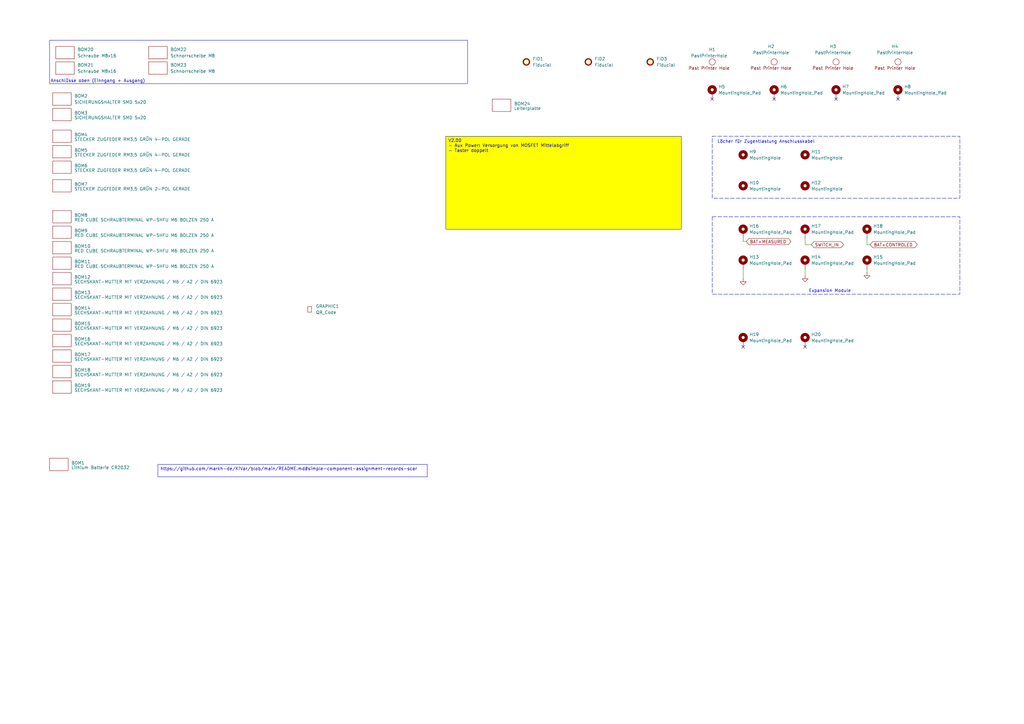
<source format=kicad_sch>
(kicad_sch
	(version 20250114)
	(generator "eeschema")
	(generator_version "9.0")
	(uuid "d2a2d163-13e4-4f1d-aa3d-79667ae6d2fb")
	(paper "A3")
	(lib_symbols
		(symbol "Mechanical:Fiducial"
			(exclude_from_sim yes)
			(in_bom no)
			(on_board yes)
			(property "Reference" "FID"
				(at 0 5.08 0)
				(effects
					(font
						(size 1.27 1.27)
					)
				)
			)
			(property "Value" "Fiducial"
				(at 0 3.175 0)
				(effects
					(font
						(size 1.27 1.27)
					)
				)
			)
			(property "Footprint" ""
				(at 0 0 0)
				(effects
					(font
						(size 1.27 1.27)
					)
					(hide yes)
				)
			)
			(property "Datasheet" "~"
				(at 0 0 0)
				(effects
					(font
						(size 1.27 1.27)
					)
					(hide yes)
				)
			)
			(property "Description" "Fiducial Marker"
				(at 0 0 0)
				(effects
					(font
						(size 1.27 1.27)
					)
					(hide yes)
				)
			)
			(property "ki_keywords" "fiducial marker"
				(at 0 0 0)
				(effects
					(font
						(size 1.27 1.27)
					)
					(hide yes)
				)
			)
			(property "ki_fp_filters" "Fiducial*"
				(at 0 0 0)
				(effects
					(font
						(size 1.27 1.27)
					)
					(hide yes)
				)
			)
			(symbol "Fiducial_0_1"
				(circle
					(center 0 0)
					(radius 1.27)
					(stroke
						(width 0.508)
						(type default)
					)
					(fill
						(type background)
					)
				)
			)
			(embedded_fonts no)
		)
		(symbol "Mechanical:MountingHole"
			(pin_names
				(offset 1.016)
			)
			(exclude_from_sim no)
			(in_bom no)
			(on_board yes)
			(property "Reference" "H"
				(at 0 5.08 0)
				(effects
					(font
						(size 1.27 1.27)
					)
				)
			)
			(property "Value" "MountingHole"
				(at 0 3.175 0)
				(effects
					(font
						(size 1.27 1.27)
					)
				)
			)
			(property "Footprint" ""
				(at 0 0 0)
				(effects
					(font
						(size 1.27 1.27)
					)
					(hide yes)
				)
			)
			(property "Datasheet" "~"
				(at 0 0 0)
				(effects
					(font
						(size 1.27 1.27)
					)
					(hide yes)
				)
			)
			(property "Description" "Mounting Hole without connection"
				(at 0 0 0)
				(effects
					(font
						(size 1.27 1.27)
					)
					(hide yes)
				)
			)
			(property "ki_keywords" "mounting hole"
				(at 0 0 0)
				(effects
					(font
						(size 1.27 1.27)
					)
					(hide yes)
				)
			)
			(property "ki_fp_filters" "MountingHole*"
				(at 0 0 0)
				(effects
					(font
						(size 1.27 1.27)
					)
					(hide yes)
				)
			)
			(symbol "MountingHole_0_1"
				(circle
					(center 0 0)
					(radius 1.27)
					(stroke
						(width 1.27)
						(type default)
					)
					(fill
						(type none)
					)
				)
			)
			(embedded_fonts no)
		)
		(symbol "Mechanical:MountingHole_Pad"
			(pin_numbers
				(hide yes)
			)
			(pin_names
				(offset 1.016)
				(hide yes)
			)
			(exclude_from_sim yes)
			(in_bom no)
			(on_board yes)
			(property "Reference" "H"
				(at 0 6.35 0)
				(effects
					(font
						(size 1.27 1.27)
					)
				)
			)
			(property "Value" "MountingHole_Pad"
				(at 0 4.445 0)
				(effects
					(font
						(size 1.27 1.27)
					)
				)
			)
			(property "Footprint" ""
				(at 0 0 0)
				(effects
					(font
						(size 1.27 1.27)
					)
					(hide yes)
				)
			)
			(property "Datasheet" "~"
				(at 0 0 0)
				(effects
					(font
						(size 1.27 1.27)
					)
					(hide yes)
				)
			)
			(property "Description" "Mounting Hole with connection"
				(at 0 0 0)
				(effects
					(font
						(size 1.27 1.27)
					)
					(hide yes)
				)
			)
			(property "ki_keywords" "mounting hole"
				(at 0 0 0)
				(effects
					(font
						(size 1.27 1.27)
					)
					(hide yes)
				)
			)
			(property "ki_fp_filters" "MountingHole*Pad*"
				(at 0 0 0)
				(effects
					(font
						(size 1.27 1.27)
					)
					(hide yes)
				)
			)
			(symbol "MountingHole_Pad_0_1"
				(circle
					(center 0 1.27)
					(radius 1.27)
					(stroke
						(width 1.27)
						(type default)
					)
					(fill
						(type none)
					)
				)
			)
			(symbol "MountingHole_Pad_1_1"
				(pin input line
					(at 0 -2.54 90)
					(length 2.54)
					(name "1"
						(effects
							(font
								(size 1.27 1.27)
							)
						)
					)
					(number "1"
						(effects
							(font
								(size 1.27 1.27)
							)
						)
					)
				)
			)
			(embedded_fonts no)
		)
		(symbol "myBOM_Part:BOM-Part"
			(pin_numbers
				(hide yes)
			)
			(pin_names
				(offset 0)
				(hide yes)
			)
			(exclude_from_sim no)
			(in_bom yes)
			(on_board no)
			(property "Reference" "BOM"
				(at 0 0 0)
				(effects
					(font
						(size 1.27 1.27)
					)
				)
			)
			(property "Value" ""
				(at 0 0 0)
				(effects
					(font
						(size 1.27 1.27)
					)
				)
			)
			(property "Footprint" "myDummy:BOM-Dummy"
				(at 0 0 0)
				(effects
					(font
						(size 1.27 1.27)
					)
					(hide yes)
				)
			)
			(property "Datasheet" ""
				(at 0 0 0)
				(effects
					(font
						(size 1.27 1.27)
					)
					(hide yes)
				)
			)
			(property "Description" ""
				(at 0 0 0)
				(effects
					(font
						(size 1.27 1.27)
					)
					(hide yes)
				)
			)
			(symbol "BOM-Part_0_1"
				(rectangle
					(start -3.81 2.54)
					(end 3.81 -2.54)
					(stroke
						(width 0)
						(type default)
					)
					(fill
						(type none)
					)
				)
			)
			(embedded_fonts no)
		)
		(symbol "myMounting:mounting_past_printer"
			(exclude_from_sim no)
			(in_bom no)
			(on_board yes)
			(property "Reference" "H"
				(at 0 0 0)
				(effects
					(font
						(size 1.27 1.27)
					)
				)
			)
			(property "Value" ""
				(at 0 0 0)
				(effects
					(font
						(size 1.27 1.27)
					)
				)
			)
			(property "Footprint" "myHoles:printer_mounting_holes_1mm"
				(at 0 0 0)
				(effects
					(font
						(size 1.27 1.27)
					)
					(hide yes)
				)
			)
			(property "Datasheet" ""
				(at 0 0 0)
				(effects
					(font
						(size 1.27 1.27)
					)
					(hide yes)
				)
			)
			(property "Description" ""
				(at 0 0 0)
				(effects
					(font
						(size 1.27 1.27)
					)
					(hide yes)
				)
			)
			(symbol "mounting_past_printer_0_1"
				(circle
					(center 0 0)
					(radius 1.27)
					(stroke
						(width 0)
						(type default)
					)
					(fill
						(type none)
					)
				)
			)
			(symbol "mounting_past_printer_1_1"
				(text "Past Printer Hole\n"
					(at -1.27 -2.54 0)
					(effects
						(font
							(size 1.27 1.27)
						)
					)
				)
			)
			(embedded_fonts no)
		)
		(symbol "myUserSymbol:qrcode"
			(exclude_from_sim no)
			(in_bom yes)
			(on_board yes)
			(property "Reference" "GRAPHIC"
				(at 5.08 1.016 0)
				(effects
					(font
						(size 1.27 1.27)
					)
				)
			)
			(property "Value" "QR_Code"
				(at 5.08 -0.762 0)
				(effects
					(font
						(size 1.27 1.27)
					)
				)
			)
			(property "Footprint" "myQR:qr_PowerPro"
				(at 0 0 0)
				(effects
					(font
						(size 1.27 1.27)
					)
					(hide yes)
				)
			)
			(property "Datasheet" ""
				(at 0 0 0)
				(effects
					(font
						(size 1.27 1.27)
					)
					(hide yes)
				)
			)
			(property "Description" ""
				(at 0 0 0)
				(effects
					(font
						(size 1.27 1.27)
					)
					(hide yes)
				)
			)
			(symbol "qrcode_0_1"
				(rectangle
					(start -0.762 1.27)
					(end 0.762 -1.016)
					(stroke
						(width 0)
						(type default)
					)
					(fill
						(type none)
					)
				)
			)
			(embedded_fonts no)
		)
		(symbol "power:GND"
			(power)
			(pin_numbers
				(hide yes)
			)
			(pin_names
				(offset 0)
				(hide yes)
			)
			(exclude_from_sim no)
			(in_bom yes)
			(on_board yes)
			(property "Reference" "#PWR"
				(at 0 -6.35 0)
				(effects
					(font
						(size 1.27 1.27)
					)
					(hide yes)
				)
			)
			(property "Value" "GND"
				(at 0 -3.81 0)
				(effects
					(font
						(size 1.27 1.27)
					)
				)
			)
			(property "Footprint" ""
				(at 0 0 0)
				(effects
					(font
						(size 1.27 1.27)
					)
					(hide yes)
				)
			)
			(property "Datasheet" ""
				(at 0 0 0)
				(effects
					(font
						(size 1.27 1.27)
					)
					(hide yes)
				)
			)
			(property "Description" "Power symbol creates a global label with name \"GND\" , ground"
				(at 0 0 0)
				(effects
					(font
						(size 1.27 1.27)
					)
					(hide yes)
				)
			)
			(property "ki_keywords" "global power"
				(at 0 0 0)
				(effects
					(font
						(size 1.27 1.27)
					)
					(hide yes)
				)
			)
			(symbol "GND_0_1"
				(polyline
					(pts
						(xy 0 0) (xy 0 -1.27) (xy 1.27 -1.27) (xy 0 -2.54) (xy -1.27 -1.27) (xy 0 -1.27)
					)
					(stroke
						(width 0)
						(type default)
					)
					(fill
						(type none)
					)
				)
			)
			(symbol "GND_1_1"
				(pin power_in line
					(at 0 0 270)
					(length 0)
					(name "~"
						(effects
							(font
								(size 1.27 1.27)
							)
						)
					)
					(number "1"
						(effects
							(font
								(size 1.27 1.27)
							)
						)
					)
				)
			)
			(embedded_fonts no)
		)
	)
	(rectangle
		(start 292.1 55.88)
		(end 393.7 81.28)
		(stroke
			(width 0)
			(type dash)
		)
		(fill
			(type none)
		)
		(uuid 298f8eb6-6a31-433a-9814-9f8ceb17b837)
	)
	(rectangle
		(start 292.1 88.9)
		(end 393.7 120.65)
		(stroke
			(width 0)
			(type dash)
		)
		(fill
			(type none)
		)
		(uuid 439703d5-96a0-4221-8716-af461b4479f9)
	)
	(rectangle
		(start 20.32 16.51)
		(end 191.77 34.29)
		(stroke
			(width 0)
			(type default)
		)
		(fill
			(type none)
		)
		(uuid fc85b1f5-b704-44aa-ac88-bfb83efce987)
	)
	(text "Expansion Module"
		(exclude_from_sim no)
		(at 340.36 119.38 0)
		(effects
			(font
				(size 1.27 1.27)
			)
		)
		(uuid "04ecad34-d655-4c5c-b20a-c069913c0bd9")
	)
	(text "Löcher für Zugentlastung Anschlusskabel"
		(exclude_from_sim no)
		(at 314.198 58.166 0)
		(effects
			(font
				(size 1.27 1.27)
			)
		)
		(uuid "1d1d1e62-d8e8-4df1-8113-d79cf1facceb")
	)
	(text "Anschlüsse oben (Einngang + Ausgang)"
		(exclude_from_sim no)
		(at 40.132 33.274 0)
		(effects
			(font
				(size 1.27 1.27)
			)
		)
		(uuid "5ff5222f-0537-4772-bcaa-0bb650dd5d4b")
	)
	(text_box "V2.00\n- Aux Power: Versorgung von MOSFET Mittelabgriff\n- Taster doppelt\n"
		(exclude_from_sim no)
		(at 182.88 55.88 0)
		(size 96.52 38.1)
		(margins 0.9525 0.9525 0.9525 0.9525)
		(stroke
			(width 0)
			(type solid)
		)
		(fill
			(type color)
			(color 255 255 0 1)
		)
		(effects
			(font
				(size 1.27 1.27)
			)
			(justify left top)
		)
		(uuid "24112d1c-5aa9-49ef-988a-13f18db7bec7")
	)
	(text_box "https://github.com/markh-de/KiVar/blob/main/README.md#simple-component-assignment-records-scar"
		(exclude_from_sim no)
		(at 64.77 190.5 0)
		(size 110.49 5.08)
		(margins 0.9525 0.9525 0.9525 0.9525)
		(stroke
			(width 0)
			(type solid)
		)
		(fill
			(type none)
		)
		(effects
			(font
				(size 1.27 1.27)
			)
			(justify left top)
		)
		(uuid "bc9d1e96-57a4-4f41-a021-c3925ca2178d")
	)
	(no_connect
		(at 317.5 40.64)
		(uuid "117571a9-6db0-414e-9ca8-b060f2ca65f3")
	)
	(no_connect
		(at 330.2 142.24)
		(uuid "3f9eb071-1071-447f-a0d2-40b907efaaaa")
	)
	(no_connect
		(at 304.8 142.24)
		(uuid "73be37cc-abdc-463d-83e4-d3578cdb1737")
	)
	(no_connect
		(at 342.9 40.64)
		(uuid "99058c05-467f-4069-a2f9-3d495bac901b")
	)
	(no_connect
		(at 292.1 40.64)
		(uuid "bc31fe6a-7bcb-4aa9-a835-13c2ac0e5841")
	)
	(no_connect
		(at 368.3 40.64)
		(uuid "c59c54e2-b90e-4ae5-be05-494dfaf74854")
	)
	(wire
		(pts
			(xy 330.2 100.33) (xy 332.74 100.33)
		)
		(stroke
			(width 0)
			(type default)
		)
		(uuid "081b691b-ba22-4b08-9f96-b06f841ad2bf")
	)
	(wire
		(pts
			(xy 304.8 110.49) (xy 304.8 114.3)
		)
		(stroke
			(width 0)
			(type default)
		)
		(uuid "09f89601-6af1-47be-8658-218ece31dfc1")
	)
	(wire
		(pts
			(xy 304.8 99.06) (xy 306.07 99.06)
		)
		(stroke
			(width 0)
			(type default)
		)
		(uuid "2fd6f949-807e-4c79-9b7c-f0cf3a854b22")
	)
	(wire
		(pts
			(xy 355.6 97.79) (xy 355.6 100.33)
		)
		(stroke
			(width 0)
			(type default)
		)
		(uuid "53dbe2e7-c4e3-41cd-b60d-fba210533a5d")
	)
	(wire
		(pts
			(xy 304.8 97.79) (xy 304.8 99.06)
		)
		(stroke
			(width 0)
			(type default)
		)
		(uuid "58f6d539-5cec-4c5a-a8e9-197ef322413b")
	)
	(wire
		(pts
			(xy 330.2 110.49) (xy 330.2 113.03)
		)
		(stroke
			(width 0)
			(type default)
		)
		(uuid "5c34ae3c-d4c0-48f8-a0bc-d905a0b9e081")
	)
	(wire
		(pts
			(xy 355.6 100.33) (xy 356.87 100.33)
		)
		(stroke
			(width 0)
			(type default)
		)
		(uuid "6b1f1411-4afd-46fb-9167-112d931775f0")
	)
	(wire
		(pts
			(xy 355.6 110.49) (xy 355.6 111.76)
		)
		(stroke
			(width 0)
			(type default)
		)
		(uuid "9c8f581d-90d3-4541-a79d-311bf99038a9")
	)
	(wire
		(pts
			(xy 330.2 97.79) (xy 330.2 100.33)
		)
		(stroke
			(width 0)
			(type default)
		)
		(uuid "d2e9674b-3214-42fe-91fe-eff4b1c6b520")
	)
	(global_label "SWITCH_IN"
		(shape bidirectional)
		(at 332.74 100.33 0)
		(fields_autoplaced yes)
		(effects
			(font
				(size 1.27 1.27)
			)
			(justify left)
		)
		(uuid "364e17f5-6332-4129-b9f0-e0a278dcdc5d")
		(property "Intersheetrefs" "${INTERSHEET_REFS}"
			(at 346.5732 100.33 0)
			(effects
				(font
					(size 1.27 1.27)
				)
				(justify left)
				(hide yes)
			)
		)
	)
	(global_label "BAT+MEASURED"
		(shape bidirectional)
		(at 306.07 99.06 0)
		(fields_autoplaced yes)
		(effects
			(font
				(size 1.27 1.27)
			)
			(justify left)
		)
		(uuid "89d66515-74f1-4b91-907e-d0d181ef9125")
		(property "Intersheetrefs" "${INTERSHEET_REFS}"
			(at 324.9831 99.06 0)
			(effects
				(font
					(size 1.27 1.27)
				)
				(justify left)
				(hide yes)
			)
		)
	)
	(global_label "BAT+CONTROLED"
		(shape bidirectional)
		(at 356.87 100.33 0)
		(fields_autoplaced yes)
		(effects
			(font
				(size 1.27 1.27)
			)
			(justify left)
		)
		(uuid "b310afb4-edca-425b-a3ae-3997656d490e")
		(property "Intersheetrefs" "${INTERSHEET_REFS}"
			(at 376.8113 100.33 0)
			(effects
				(font
					(size 1.27 1.27)
				)
				(justify left)
				(hide yes)
			)
		)
	)
	(symbol
		(lib_id "myBOM_Part:BOM-Part")
		(at 25.4 146.05 0)
		(unit 1)
		(exclude_from_sim no)
		(in_bom yes)
		(on_board yes)
		(dnp no)
		(fields_autoplaced yes)
		(uuid "13be8445-2381-4989-b0c8-cb0b27a90645")
		(property "Reference" "BOM17"
			(at 30.48 145.4149 0)
			(effects
				(font
					(size 1.27 1.27)
				)
				(justify left)
			)
		)
		(property "Value" "SECHSKANT-MUTTER MIT VERZAHNUNG / M6 / A2 / DIN 6923"
			(at 30.48 147.32 0)
			(effects
				(font
					(size 1.27 1.27)
				)
				(justify left)
			)
		)
		(property "Footprint" "myBOM:BOM_PART_2x2mm"
			(at 25.4 146.05 0)
			(effects
				(font
					(size 1.27 1.27)
				)
				(hide yes)
			)
		)
		(property "Datasheet" ""
			(at 25.4 146.05 0)
			(effects
				(font
					(size 1.27 1.27)
				)
				(hide yes)
			)
		)
		(property "Description" "SECHSKANT-MUTTER MIT VERZAHNUNG / M6 / A2 / DIN 6923"
			(at 25.4 146.05 0)
			(effects
				(font
					(size 1.27 1.27)
				)
				(hide yes)
			)
		)
		(property "ECS Art#" "M589"
			(at 25.4 146.05 0)
			(effects
				(font
					(size 1.27 1.27)
				)
				(hide yes)
			)
		)
		(property "HAN" "UNBEKANNT/VERSCHIEDENE"
			(at 25.4 146.05 0)
			(effects
				(font
					(size 1.27 1.27)
				)
				(hide yes)
			)
		)
		(property "Voltage" ""
			(at 25.4 146.05 0)
			(effects
				(font
					(size 1.27 1.27)
				)
				(hide yes)
			)
		)
		(property "Toleranz" ""
			(at 25.4 146.05 0)
			(effects
				(font
					(size 1.27 1.27)
				)
				(hide yes)
			)
		)
		(property "Hersteller" "UNBEKANNT/VERSCHIEDENE"
			(at 25.4 146.05 0)
			(effects
				(font
					(size 1.27 1.27)
				)
				(hide yes)
			)
		)
		(instances
			(project ""
				(path "/bf1f8167-8e29-49cc-a467-dd9cc2c77246/4875905e-d35e-4049-a6aa-c7869d81fd32"
					(reference "BOM17")
					(unit 1)
				)
			)
		)
	)
	(symbol
		(lib_id "myMounting:mounting_past_printer")
		(at 317.5 25.4 0)
		(unit 1)
		(exclude_from_sim no)
		(in_bom no)
		(on_board yes)
		(dnp no)
		(fields_autoplaced yes)
		(uuid "1b20e053-c0cc-4634-bd3b-f1cb5663f516")
		(property "Reference" "H2"
			(at 316.23 19.05 0)
			(effects
				(font
					(size 1.27 1.27)
				)
			)
		)
		(property "Value" "PastPrinterHole"
			(at 316.23 21.59 0)
			(effects
				(font
					(size 1.27 1.27)
				)
			)
		)
		(property "Footprint" "myHoles:printer_mounting_holes_1mm"
			(at 317.5 25.4 0)
			(effects
				(font
					(size 1.27 1.27)
				)
				(hide yes)
			)
		)
		(property "Datasheet" ""
			(at 317.5 25.4 0)
			(effects
				(font
					(size 1.27 1.27)
				)
				(hide yes)
			)
		)
		(property "Description" "Past Printer Hole"
			(at 317.5 25.4 0)
			(effects
				(font
					(size 1.27 1.27)
				)
				(hide yes)
			)
		)
		(property "Sim.Device" ""
			(at 317.5 25.4 0)
			(effects
				(font
					(size 1.27 1.27)
				)
				(hide yes)
			)
		)
		(property "Sim.Pins" ""
			(at 317.5 25.4 0)
			(effects
				(font
					(size 1.27 1.27)
				)
				(hide yes)
			)
		)
		(property "ECS Art#" "---"
			(at 317.5 25.4 0)
			(effects
				(font
					(size 1.27 1.27)
				)
				(hide yes)
			)
		)
		(property "HAN" "---"
			(at 317.5 25.4 0)
			(effects
				(font
					(size 1.27 1.27)
				)
				(hide yes)
			)
		)
		(property "Hersteller" "---"
			(at 317.5 25.4 0)
			(effects
				(font
					(size 1.27 1.27)
				)
				(hide yes)
			)
		)
		(instances
			(project "smartPro"
				(path "/bf1f8167-8e29-49cc-a467-dd9cc2c77246/4875905e-d35e-4049-a6aa-c7869d81fd32"
					(reference "H2")
					(unit 1)
				)
			)
		)
	)
	(symbol
		(lib_id "myBOM_Part:BOM-Part")
		(at 25.4 101.6 0)
		(unit 1)
		(exclude_from_sim no)
		(in_bom yes)
		(on_board yes)
		(dnp no)
		(fields_autoplaced yes)
		(uuid "1b6df1ec-0485-4b7d-a5ee-514894bd27bb")
		(property "Reference" "BOM10"
			(at 30.48 100.9649 0)
			(effects
				(font
					(size 1.27 1.27)
				)
				(justify left)
			)
		)
		(property "Value" "RED CUBE SCHRAUBTERMINAL WP-SHFU M6 BOLZEN 250 A"
			(at 30.48 102.87 0)
			(effects
				(font
					(size 1.27 1.27)
				)
				(justify left)
			)
		)
		(property "Footprint" "myBOM:BOM_PART_2x2mm"
			(at 25.4 101.6 0)
			(effects
				(font
					(size 1.27 1.27)
				)
				(hide yes)
			)
		)
		(property "Datasheet" "https://www.we-online.com/components/products/datasheet/7461098.pdf"
			(at 25.4 101.6 0)
			(effects
				(font
					(size 1.27 1.27)
				)
				(hide yes)
			)
		)
		(property "Description" "RED CUBE SCHRAUBTERMINAL WP-SHFU M6 BOLZEN 250 A"
			(at 25.4 101.6 0)
			(effects
				(font
					(size 1.27 1.27)
				)
				(hide yes)
			)
		)
		(property "ECS Art#" "CON521"
			(at 25.4 101.6 0)
			(effects
				(font
					(size 1.27 1.27)
				)
				(hide yes)
			)
		)
		(property "HAN" "7461098"
			(at 25.4 101.6 0)
			(effects
				(font
					(size 1.27 1.27)
				)
				(hide yes)
			)
		)
		(property "Voltage" ""
			(at 25.4 101.6 0)
			(effects
				(font
					(size 1.27 1.27)
				)
				(hide yes)
			)
		)
		(property "Toleranz" ""
			(at 25.4 101.6 0)
			(effects
				(font
					(size 1.27 1.27)
				)
				(hide yes)
			)
		)
		(property "Hersteller" "Würth"
			(at 25.4 101.6 0)
			(effects
				(font
					(size 1.27 1.27)
				)
				(hide yes)
			)
		)
		(instances
			(project ""
				(path "/bf1f8167-8e29-49cc-a467-dd9cc2c77246/4875905e-d35e-4049-a6aa-c7869d81fd32"
					(reference "BOM10")
					(unit 1)
				)
			)
		)
	)
	(symbol
		(lib_id "Mechanical:MountingHole")
		(at 304.8 63.5 0)
		(unit 1)
		(exclude_from_sim no)
		(in_bom no)
		(on_board yes)
		(dnp no)
		(fields_autoplaced yes)
		(uuid "1bf8f243-c206-4d29-897f-c426a293a872")
		(property "Reference" "H9"
			(at 307.34 62.2299 0)
			(effects
				(font
					(size 1.27 1.27)
				)
				(justify left)
			)
		)
		(property "Value" "MountingHole"
			(at 307.34 64.7699 0)
			(effects
				(font
					(size 1.27 1.27)
				)
				(justify left)
			)
		)
		(property "Footprint" "MountingHole:MountingHole_6mm"
			(at 304.8 63.5 0)
			(effects
				(font
					(size 1.27 1.27)
				)
				(hide yes)
			)
		)
		(property "Datasheet" "~"
			(at 304.8 63.5 0)
			(effects
				(font
					(size 1.27 1.27)
				)
				(hide yes)
			)
		)
		(property "Description" "Mounting Hole without connection"
			(at 304.8 63.5 0)
			(effects
				(font
					(size 1.27 1.27)
				)
				(hide yes)
			)
		)
		(instances
			(project ""
				(path "/bf1f8167-8e29-49cc-a467-dd9cc2c77246/4875905e-d35e-4049-a6aa-c7869d81fd32"
					(reference "H9")
					(unit 1)
				)
			)
		)
	)
	(symbol
		(lib_id "Mechanical:MountingHole_Pad")
		(at 355.6 107.95 0)
		(unit 1)
		(exclude_from_sim yes)
		(in_bom no)
		(on_board yes)
		(dnp no)
		(fields_autoplaced yes)
		(uuid "2502056f-8c4a-4ddd-993b-3ef96ce9a768")
		(property "Reference" "H15"
			(at 358.14 105.4099 0)
			(effects
				(font
					(size 1.27 1.27)
				)
				(justify left)
			)
		)
		(property "Value" "MountingHole_Pad"
			(at 358.14 107.9499 0)
			(effects
				(font
					(size 1.27 1.27)
				)
				(justify left)
			)
		)
		(property "Footprint" "MountingHole:MountingHole_3.2mm_M3_DIN965_Pad"
			(at 355.6 107.95 0)
			(effects
				(font
					(size 1.27 1.27)
				)
				(hide yes)
			)
		)
		(property "Datasheet" "~"
			(at 355.6 107.95 0)
			(effects
				(font
					(size 1.27 1.27)
				)
				(hide yes)
			)
		)
		(property "Description" "Mounting Hole with connection"
			(at 355.6 107.95 0)
			(effects
				(font
					(size 1.27 1.27)
				)
				(hide yes)
			)
		)
		(pin "1"
			(uuid "1a697412-6802-46b7-a856-bf87d1961048")
		)
		(instances
			(project ""
				(path "/bf1f8167-8e29-49cc-a467-dd9cc2c77246/4875905e-d35e-4049-a6aa-c7869d81fd32"
					(reference "H15")
					(unit 1)
				)
			)
		)
	)
	(symbol
		(lib_id "myBOM_Part:BOM-Part")
		(at 25.4 133.35 0)
		(unit 1)
		(exclude_from_sim no)
		(in_bom yes)
		(on_board yes)
		(dnp no)
		(fields_autoplaced yes)
		(uuid "2a14a79f-b15b-4981-b6b1-db220f193080")
		(property "Reference" "BOM15"
			(at 30.48 132.7149 0)
			(effects
				(font
					(size 1.27 1.27)
				)
				(justify left)
			)
		)
		(property "Value" "SECHSKANT-MUTTER MIT VERZAHNUNG / M6 / A2 / DIN 6923"
			(at 30.48 134.62 0)
			(effects
				(font
					(size 1.27 1.27)
				)
				(justify left)
			)
		)
		(property "Footprint" "myBOM:BOM_PART_2x2mm"
			(at 25.4 133.35 0)
			(effects
				(font
					(size 1.27 1.27)
				)
				(hide yes)
			)
		)
		(property "Datasheet" ""
			(at 25.4 133.35 0)
			(effects
				(font
					(size 1.27 1.27)
				)
				(hide yes)
			)
		)
		(property "Description" "SECHSKANT-MUTTER MIT VERZAHNUNG / M6 / A2 / DIN 6923"
			(at 25.4 133.35 0)
			(effects
				(font
					(size 1.27 1.27)
				)
				(hide yes)
			)
		)
		(property "ECS Art#" "M589"
			(at 25.4 133.35 0)
			(effects
				(font
					(size 1.27 1.27)
				)
				(hide yes)
			)
		)
		(property "HAN" "UNBEKANNT/VERSCHIEDENE"
			(at 25.4 133.35 0)
			(effects
				(font
					(size 1.27 1.27)
				)
				(hide yes)
			)
		)
		(property "Voltage" ""
			(at 25.4 133.35 0)
			(effects
				(font
					(size 1.27 1.27)
				)
				(hide yes)
			)
		)
		(property "Toleranz" ""
			(at 25.4 133.35 0)
			(effects
				(font
					(size 1.27 1.27)
				)
				(hide yes)
			)
		)
		(property "Hersteller" "UNBEKANNT/VERSCHIEDENE"
			(at 25.4 133.35 0)
			(effects
				(font
					(size 1.27 1.27)
				)
				(hide yes)
			)
		)
		(instances
			(project ""
				(path "/bf1f8167-8e29-49cc-a467-dd9cc2c77246/4875905e-d35e-4049-a6aa-c7869d81fd32"
					(reference "BOM15")
					(unit 1)
				)
			)
		)
	)
	(symbol
		(lib_id "Mechanical:MountingHole_Pad")
		(at 292.1 38.1 0)
		(unit 1)
		(exclude_from_sim yes)
		(in_bom no)
		(on_board yes)
		(dnp no)
		(uuid "2c6052f4-9c11-4a37-a5fc-7bce997cb92b")
		(property "Reference" "H5"
			(at 294.64 35.5599 0)
			(effects
				(font
					(size 1.27 1.27)
				)
				(justify left)
			)
		)
		(property "Value" "MountingHole_Pad"
			(at 294.64 38.0999 0)
			(effects
				(font
					(size 1.27 1.27)
				)
				(justify left)
			)
		)
		(property "Footprint" "MountingHole:MountingHole_2.2mm_M2_DIN965_Pad"
			(at 292.1 38.1 0)
			(effects
				(font
					(size 1.27 1.27)
				)
				(hide yes)
			)
		)
		(property "Datasheet" "~"
			(at 292.1 38.1 0)
			(effects
				(font
					(size 1.27 1.27)
				)
				(hide yes)
			)
		)
		(property "Description" "Mounting Hole with connection"
			(at 292.1 38.1 0)
			(effects
				(font
					(size 1.27 1.27)
				)
				(hide yes)
			)
		)
		(property "Sim.Device" ""
			(at 292.1 38.1 0)
			(effects
				(font
					(size 1.27 1.27)
				)
				(hide yes)
			)
		)
		(property "Sim.Pins" ""
			(at 292.1 38.1 0)
			(effects
				(font
					(size 1.27 1.27)
				)
				(hide yes)
			)
		)
		(property "ECS Art#" "---"
			(at 292.1 38.1 0)
			(effects
				(font
					(size 1.27 1.27)
				)
				(hide yes)
			)
		)
		(property "HAN" "---"
			(at 292.1 38.1 0)
			(effects
				(font
					(size 1.27 1.27)
				)
				(hide yes)
			)
		)
		(property "Hersteller" "---"
			(at 292.1 38.1 0)
			(effects
				(font
					(size 1.27 1.27)
				)
				(hide yes)
			)
		)
		(pin "1"
			(uuid "48a982f8-8b1a-4fe0-b8fd-ba3ec310ad76")
		)
		(instances
			(project "smartPro"
				(path "/bf1f8167-8e29-49cc-a467-dd9cc2c77246/4875905e-d35e-4049-a6aa-c7869d81fd32"
					(reference "H5")
					(unit 1)
				)
			)
		)
	)
	(symbol
		(lib_id "power:GND")
		(at 355.6 111.76 0)
		(unit 1)
		(exclude_from_sim no)
		(in_bom yes)
		(on_board yes)
		(dnp no)
		(fields_autoplaced yes)
		(uuid "2e145680-fd29-46b3-8308-ad8e89387c5f")
		(property "Reference" "#PWR0280"
			(at 355.6 118.11 0)
			(effects
				(font
					(size 1.27 1.27)
				)
				(hide yes)
			)
		)
		(property "Value" "GND"
			(at 355.6 116.84 0)
			(effects
				(font
					(size 1.27 1.27)
				)
				(hide yes)
			)
		)
		(property "Footprint" ""
			(at 355.6 111.76 0)
			(effects
				(font
					(size 1.27 1.27)
				)
				(hide yes)
			)
		)
		(property "Datasheet" ""
			(at 355.6 111.76 0)
			(effects
				(font
					(size 1.27 1.27)
				)
				(hide yes)
			)
		)
		(property "Description" "Power symbol creates a global label with name \"GND\" , ground"
			(at 355.6 111.76 0)
			(effects
				(font
					(size 1.27 1.27)
				)
				(hide yes)
			)
		)
		(pin "1"
			(uuid "19d3b3b0-b5e7-4861-adf8-f1453bcafe45")
		)
		(instances
			(project ""
				(path "/bf1f8167-8e29-49cc-a467-dd9cc2c77246/4875905e-d35e-4049-a6aa-c7869d81fd32"
					(reference "#PWR0280")
					(unit 1)
				)
			)
		)
	)
	(symbol
		(lib_id "myBOM_Part:BOM-Part")
		(at 25.4 127 0)
		(unit 1)
		(exclude_from_sim no)
		(in_bom yes)
		(on_board yes)
		(dnp no)
		(fields_autoplaced yes)
		(uuid "2ff67a74-e4b4-4e20-ba8c-99282f2a2b30")
		(property "Reference" "BOM14"
			(at 30.48 126.3649 0)
			(effects
				(font
					(size 1.27 1.27)
				)
				(justify left)
			)
		)
		(property "Value" "SECHSKANT-MUTTER MIT VERZAHNUNG / M6 / A2 / DIN 6923"
			(at 30.48 128.27 0)
			(effects
				(font
					(size 1.27 1.27)
				)
				(justify left)
			)
		)
		(property "Footprint" "myBOM:BOM_PART_2x2mm"
			(at 25.4 127 0)
			(effects
				(font
					(size 1.27 1.27)
				)
				(hide yes)
			)
		)
		(property "Datasheet" ""
			(at 25.4 127 0)
			(effects
				(font
					(size 1.27 1.27)
				)
				(hide yes)
			)
		)
		(property "Description" "SECHSKANT-MUTTER MIT VERZAHNUNG / M6 / A2 / DIN 6923"
			(at 25.4 127 0)
			(effects
				(font
					(size 1.27 1.27)
				)
				(hide yes)
			)
		)
		(property "ECS Art#" "M589"
			(at 25.4 127 0)
			(effects
				(font
					(size 1.27 1.27)
				)
				(hide yes)
			)
		)
		(property "HAN" "UNBEKANNT/VERSCHIEDENE"
			(at 25.4 127 0)
			(effects
				(font
					(size 1.27 1.27)
				)
				(hide yes)
			)
		)
		(property "Voltage" ""
			(at 25.4 127 0)
			(effects
				(font
					(size 1.27 1.27)
				)
				(hide yes)
			)
		)
		(property "Toleranz" ""
			(at 25.4 127 0)
			(effects
				(font
					(size 1.27 1.27)
				)
				(hide yes)
			)
		)
		(property "Hersteller" "UNBEKANNT/VERSCHIEDENE"
			(at 25.4 127 0)
			(effects
				(font
					(size 1.27 1.27)
				)
				(hide yes)
			)
		)
		(instances
			(project ""
				(path "/bf1f8167-8e29-49cc-a467-dd9cc2c77246/4875905e-d35e-4049-a6aa-c7869d81fd32"
					(reference "BOM14")
					(unit 1)
				)
			)
		)
	)
	(symbol
		(lib_id "myBOM_Part:BOM-Part")
		(at 64.77 21.59 0)
		(unit 1)
		(exclude_from_sim no)
		(in_bom yes)
		(on_board yes)
		(dnp no)
		(fields_autoplaced yes)
		(uuid "32477daf-5902-4d7c-bccf-cfd7a440cadd")
		(property "Reference" "BOM22"
			(at 69.85 20.3199 0)
			(effects
				(font
					(size 1.27 1.27)
				)
				(justify left)
			)
		)
		(property "Value" "Schnorrscheibe M8"
			(at 69.85 22.8599 0)
			(effects
				(font
					(size 1.27 1.27)
				)
				(justify left)
			)
		)
		(property "Footprint" "myBOM:BOM_PART_2x2mm"
			(at 64.77 21.59 0)
			(effects
				(font
					(size 1.27 1.27)
				)
				(hide yes)
			)
		)
		(property "Datasheet" ""
			(at 64.77 21.59 0)
			(effects
				(font
					(size 1.27 1.27)
				)
				(hide yes)
			)
		)
		(property "Description" "SCHNORR SICHERUNGSSCHEIBEN FORM S (Standard) S8 A2"
			(at 64.77 21.59 0)
			(effects
				(font
					(size 1.27 1.27)
				)
				(hide yes)
			)
		)
		(property "HAN" "422 700"
			(at 64.77 21.59 0)
			(effects
				(font
					(size 1.27 1.27)
				)
				(hide yes)
			)
		)
		(property "ECS Art#" "M415"
			(at 64.77 21.59 0)
			(effects
				(font
					(size 1.27 1.27)
				)
				(hide yes)
			)
		)
		(property "Hersteller" "Schnorr"
			(at 64.77 21.59 0)
			(effects
				(font
					(size 1.27 1.27)
				)
				(hide yes)
			)
		)
		(instances
			(project ""
				(path "/bf1f8167-8e29-49cc-a467-dd9cc2c77246/4875905e-d35e-4049-a6aa-c7869d81fd32"
					(reference "BOM22")
					(unit 1)
				)
			)
		)
	)
	(symbol
		(lib_id "Mechanical:MountingHole")
		(at 330.2 63.5 0)
		(unit 1)
		(exclude_from_sim no)
		(in_bom no)
		(on_board yes)
		(dnp no)
		(fields_autoplaced yes)
		(uuid "335ea7d4-c58b-4518-8900-411861abb5f2")
		(property "Reference" "H11"
			(at 332.74 62.2299 0)
			(effects
				(font
					(size 1.27 1.27)
				)
				(justify left)
			)
		)
		(property "Value" "MountingHole"
			(at 332.74 64.7699 0)
			(effects
				(font
					(size 1.27 1.27)
				)
				(justify left)
			)
		)
		(property "Footprint" "MountingHole:MountingHole_6mm"
			(at 330.2 63.5 0)
			(effects
				(font
					(size 1.27 1.27)
				)
				(hide yes)
			)
		)
		(property "Datasheet" "~"
			(at 330.2 63.5 0)
			(effects
				(font
					(size 1.27 1.27)
				)
				(hide yes)
			)
		)
		(property "Description" "Mounting Hole without connection"
			(at 330.2 63.5 0)
			(effects
				(font
					(size 1.27 1.27)
				)
				(hide yes)
			)
		)
		(instances
			(project ""
				(path "/bf1f8167-8e29-49cc-a467-dd9cc2c77246/4875905e-d35e-4049-a6aa-c7869d81fd32"
					(reference "H11")
					(unit 1)
				)
			)
		)
	)
	(symbol
		(lib_id "myBOM_Part:BOM-Part")
		(at 25.4 107.95 0)
		(unit 1)
		(exclude_from_sim no)
		(in_bom yes)
		(on_board yes)
		(dnp no)
		(fields_autoplaced yes)
		(uuid "33ba4f5c-fa84-45f2-bf01-aade6a0ebfe8")
		(property "Reference" "BOM11"
			(at 30.48 107.3149 0)
			(effects
				(font
					(size 1.27 1.27)
				)
				(justify left)
			)
		)
		(property "Value" "RED CUBE SCHRAUBTERMINAL WP-SHFU M6 BOLZEN 250 A"
			(at 30.48 109.22 0)
			(effects
				(font
					(size 1.27 1.27)
				)
				(justify left)
			)
		)
		(property "Footprint" "myBOM:BOM_PART_2x2mm"
			(at 25.4 107.95 0)
			(effects
				(font
					(size 1.27 1.27)
				)
				(hide yes)
			)
		)
		(property "Datasheet" "https://www.we-online.com/components/products/datasheet/7461098.pdf"
			(at 25.4 107.95 0)
			(effects
				(font
					(size 1.27 1.27)
				)
				(hide yes)
			)
		)
		(property "Description" "RED CUBE SCHRAUBTERMINAL WP-SHFU M6 BOLZEN 250 A"
			(at 25.4 107.95 0)
			(effects
				(font
					(size 1.27 1.27)
				)
				(hide yes)
			)
		)
		(property "ECS Art#" "CON521"
			(at 25.4 107.95 0)
			(effects
				(font
					(size 1.27 1.27)
				)
				(hide yes)
			)
		)
		(property "HAN" "7461098"
			(at 25.4 107.95 0)
			(effects
				(font
					(size 1.27 1.27)
				)
				(hide yes)
			)
		)
		(property "Voltage" ""
			(at 25.4 107.95 0)
			(effects
				(font
					(size 1.27 1.27)
				)
				(hide yes)
			)
		)
		(property "Toleranz" ""
			(at 25.4 107.95 0)
			(effects
				(font
					(size 1.27 1.27)
				)
				(hide yes)
			)
		)
		(property "Hersteller" "Würth"
			(at 25.4 107.95 0)
			(effects
				(font
					(size 1.27 1.27)
				)
				(hide yes)
			)
		)
		(instances
			(project ""
				(path "/bf1f8167-8e29-49cc-a467-dd9cc2c77246/4875905e-d35e-4049-a6aa-c7869d81fd32"
					(reference "BOM11")
					(unit 1)
				)
			)
		)
	)
	(symbol
		(lib_id "myBOM_Part:BOM-Part")
		(at 25.4 152.4 0)
		(unit 1)
		(exclude_from_sim no)
		(in_bom yes)
		(on_board yes)
		(dnp no)
		(fields_autoplaced yes)
		(uuid "3637a873-b206-4c9f-88d8-36a15f8a28ad")
		(property "Reference" "BOM18"
			(at 30.48 151.7649 0)
			(effects
				(font
					(size 1.27 1.27)
				)
				(justify left)
			)
		)
		(property "Value" "SECHSKANT-MUTTER MIT VERZAHNUNG / M6 / A2 / DIN 6923"
			(at 30.48 153.67 0)
			(effects
				(font
					(size 1.27 1.27)
				)
				(justify left)
			)
		)
		(property "Footprint" "myBOM:BOM_PART_2x2mm"
			(at 25.4 152.4 0)
			(effects
				(font
					(size 1.27 1.27)
				)
				(hide yes)
			)
		)
		(property "Datasheet" ""
			(at 25.4 152.4 0)
			(effects
				(font
					(size 1.27 1.27)
				)
				(hide yes)
			)
		)
		(property "Description" "SECHSKANT-MUTTER MIT VERZAHNUNG / M6 / A2 / DIN 6923"
			(at 25.4 152.4 0)
			(effects
				(font
					(size 1.27 1.27)
				)
				(hide yes)
			)
		)
		(property "ECS Art#" "M589"
			(at 25.4 152.4 0)
			(effects
				(font
					(size 1.27 1.27)
				)
				(hide yes)
			)
		)
		(property "HAN" "UNBEKANNT/VERSCHIEDENE"
			(at 25.4 152.4 0)
			(effects
				(font
					(size 1.27 1.27)
				)
				(hide yes)
			)
		)
		(property "Voltage" ""
			(at 25.4 152.4 0)
			(effects
				(font
					(size 1.27 1.27)
				)
				(hide yes)
			)
		)
		(property "Toleranz" ""
			(at 25.4 152.4 0)
			(effects
				(font
					(size 1.27 1.27)
				)
				(hide yes)
			)
		)
		(property "Hersteller" "UNBEKANNT/VERSCHIEDENE"
			(at 25.4 152.4 0)
			(effects
				(font
					(size 1.27 1.27)
				)
				(hide yes)
			)
		)
		(instances
			(project ""
				(path "/bf1f8167-8e29-49cc-a467-dd9cc2c77246/4875905e-d35e-4049-a6aa-c7869d81fd32"
					(reference "BOM18")
					(unit 1)
				)
			)
		)
	)
	(symbol
		(lib_id "myBOM_Part:BOM-Part")
		(at 25.4 95.25 0)
		(unit 1)
		(exclude_from_sim no)
		(in_bom yes)
		(on_board yes)
		(dnp no)
		(fields_autoplaced yes)
		(uuid "3af4fbd4-d40e-452c-9e32-001077c1c6aa")
		(property "Reference" "BOM9"
			(at 30.48 94.6149 0)
			(effects
				(font
					(size 1.27 1.27)
				)
				(justify left)
			)
		)
		(property "Value" "RED CUBE SCHRAUBTERMINAL WP-SHFU M6 BOLZEN 250 A"
			(at 30.48 96.52 0)
			(effects
				(font
					(size 1.27 1.27)
				)
				(justify left)
			)
		)
		(property "Footprint" "myBOM:BOM_PART_2x2mm"
			(at 25.4 95.25 0)
			(effects
				(font
					(size 1.27 1.27)
				)
				(hide yes)
			)
		)
		(property "Datasheet" "https://www.we-online.com/components/products/datasheet/7461098.pdf"
			(at 25.4 95.25 0)
			(effects
				(font
					(size 1.27 1.27)
				)
				(hide yes)
			)
		)
		(property "Description" "RED CUBE SCHRAUBTERMINAL WP-SHFU M6 BOLZEN 250 A"
			(at 25.4 95.25 0)
			(effects
				(font
					(size 1.27 1.27)
				)
				(hide yes)
			)
		)
		(property "ECS Art#" "CON521"
			(at 25.4 95.25 0)
			(effects
				(font
					(size 1.27 1.27)
				)
				(hide yes)
			)
		)
		(property "HAN" "7461098"
			(at 25.4 95.25 0)
			(effects
				(font
					(size 1.27 1.27)
				)
				(hide yes)
			)
		)
		(property "Voltage" ""
			(at 25.4 95.25 0)
			(effects
				(font
					(size 1.27 1.27)
				)
				(hide yes)
			)
		)
		(property "Toleranz" ""
			(at 25.4 95.25 0)
			(effects
				(font
					(size 1.27 1.27)
				)
				(hide yes)
			)
		)
		(property "Hersteller" "Würth"
			(at 25.4 95.25 0)
			(effects
				(font
					(size 1.27 1.27)
				)
				(hide yes)
			)
		)
		(instances
			(project ""
				(path "/bf1f8167-8e29-49cc-a467-dd9cc2c77246/4875905e-d35e-4049-a6aa-c7869d81fd32"
					(reference "BOM9")
					(unit 1)
				)
			)
		)
	)
	(symbol
		(lib_id "myBOM_Part:BOM-Part")
		(at 25.4 55.88 0)
		(unit 1)
		(exclude_from_sim no)
		(in_bom yes)
		(on_board yes)
		(dnp no)
		(fields_autoplaced yes)
		(uuid "3b1edae6-9a49-468b-9575-917881cfa914")
		(property "Reference" "BOM4"
			(at 30.48 55.2449 0)
			(effects
				(font
					(size 1.27 1.27)
				)
				(justify left)
			)
		)
		(property "Value" "STECKER ZUGFEDER RM3,5 GRÜN 4-POL GERADE"
			(at 30.48 57.15 0)
			(effects
				(font
					(size 1.27 1.27)
				)
				(justify left)
			)
		)
		(property "Footprint" "myBOM:BOM_PART_2x2mm"
			(at 25.4 55.88 0)
			(effects
				(font
					(size 1.27 1.27)
				)
				(hide yes)
			)
		)
		(property "Datasheet" "https://www.lcsc.com/datasheet/lcsc_datasheet_2111222030_Cixi-Kefa-Elec-KF2EDGKN-3-5-4P_C2923001.pdf"
			(at 25.4 55.88 0)
			(effects
				(font
					(size 1.27 1.27)
				)
				(hide yes)
			)
		)
		(property "Description" "STECKER ZUGFEDER RM3,5 GRÜN 4-POL GERADE"
			(at 25.4 55.88 0)
			(effects
				(font
					(size 1.27 1.27)
				)
				(hide yes)
			)
		)
		(property "ECS Art#" "CON592"
			(at 25.4 55.88 0)
			(effects
				(font
					(size 1.27 1.27)
				)
				(hide yes)
			)
		)
		(property "HAN" "KF2EDGKN-3.5-4P"
			(at 25.4 55.88 0)
			(effects
				(font
					(size 1.27 1.27)
				)
				(hide yes)
			)
		)
		(property "Voltage" ""
			(at 25.4 55.88 0)
			(effects
				(font
					(size 1.27 1.27)
				)
				(hide yes)
			)
		)
		(property "Toleranz" ""
			(at 25.4 55.88 0)
			(effects
				(font
					(size 1.27 1.27)
				)
				(hide yes)
			)
		)
		(property "Hersteller" "Cici"
			(at 25.4 55.88 0)
			(effects
				(font
					(size 1.27 1.27)
				)
				(hide yes)
			)
		)
		(instances
			(project ""
				(path "/bf1f8167-8e29-49cc-a467-dd9cc2c77246/4875905e-d35e-4049-a6aa-c7869d81fd32"
					(reference "BOM4")
					(unit 1)
				)
			)
		)
	)
	(symbol
		(lib_id "myUserSymbol:qrcode")
		(at 127 127 0)
		(unit 1)
		(exclude_from_sim no)
		(in_bom no)
		(on_board yes)
		(dnp no)
		(fields_autoplaced yes)
		(uuid "3bd154cd-1a86-44b1-84d1-fd9215abcf7a")
		(property "Reference" "GRAPHIC1"
			(at 129.54 125.6029 0)
			(effects
				(font
					(size 1.27 1.27)
				)
				(justify left)
			)
		)
		(property "Value" "QR_Code"
			(at 129.54 128.1429 0)
			(effects
				(font
					(size 1.27 1.27)
				)
				(justify left)
			)
		)
		(property "Footprint" "myQR:qr_SmartPro209"
			(at 127 127 0)
			(effects
				(font
					(size 1.27 1.27)
				)
				(hide yes)
			)
		)
		(property "Datasheet" ""
			(at 127 127 0)
			(effects
				(font
					(size 1.27 1.27)
				)
				(hide yes)
			)
		)
		(property "Description" ""
			(at 127 127 0)
			(effects
				(font
					(size 1.27 1.27)
				)
				(hide yes)
			)
		)
		(property "ECS Art#" ""
			(at 127 127 0)
			(effects
				(font
					(size 1.27 1.27)
				)
				(hide yes)
			)
		)
		(property "HAN" ""
			(at 127 127 0)
			(effects
				(font
					(size 1.27 1.27)
				)
				(hide yes)
			)
		)
		(property "Voltage" ""
			(at 127 127 0)
			(effects
				(font
					(size 1.27 1.27)
				)
				(hide yes)
			)
		)
		(property "Toleranz" ""
			(at 127 127 0)
			(effects
				(font
					(size 1.27 1.27)
				)
				(hide yes)
			)
		)
		(property "Hersteller" ""
			(at 127 127 0)
			(effects
				(font
					(size 1.27 1.27)
				)
				(hide yes)
			)
		)
		(instances
			(project ""
				(path "/bf1f8167-8e29-49cc-a467-dd9cc2c77246/4875905e-d35e-4049-a6aa-c7869d81fd32"
					(reference "GRAPHIC1")
					(unit 1)
				)
			)
		)
	)
	(symbol
		(lib_id "myBOM_Part:BOM-Part")
		(at 26.67 21.59 0)
		(unit 1)
		(exclude_from_sim no)
		(in_bom yes)
		(on_board yes)
		(dnp no)
		(fields_autoplaced yes)
		(uuid "47456b90-a0d1-4f7b-b80f-8d04aaa02532")
		(property "Reference" "BOM20"
			(at 31.75 20.3199 0)
			(effects
				(font
					(size 1.27 1.27)
				)
				(justify left)
			)
		)
		(property "Value" "Schraube M8x16"
			(at 31.75 22.8599 0)
			(effects
				(font
					(size 1.27 1.27)
				)
				(justify left)
			)
		)
		(property "Footprint" "myBOM:BOM_PART_2x2mm"
			(at 26.67 21.59 0)
			(effects
				(font
					(size 1.27 1.27)
				)
				(hide yes)
			)
		)
		(property "Datasheet" ""
			(at 26.67 21.59 0)
			(effects
				(font
					(size 1.27 1.27)
				)
				(hide yes)
			)
		)
		(property "Description" "Sechskantschraube / M8 x 16 / A2 / DIN 933"
			(at 26.67 21.59 0)
			(effects
				(font
					(size 1.27 1.27)
				)
				(hide yes)
			)
		)
		(property "HAN" "UNBEKANNT/VERSCHIEDENE"
			(at 26.67 21.59 0)
			(effects
				(font
					(size 1.27 1.27)
				)
				(hide yes)
			)
		)
		(property "ECS Art#" "M109"
			(at 26.67 21.59 0)
			(effects
				(font
					(size 1.27 1.27)
				)
				(hide yes)
			)
		)
		(property "Hersteller" "UNBEKANNT/VERSCHIEDENE"
			(at 26.67 21.59 0)
			(effects
				(font
					(size 1.27 1.27)
				)
				(hide yes)
			)
		)
		(instances
			(project ""
				(path "/bf1f8167-8e29-49cc-a467-dd9cc2c77246/4875905e-d35e-4049-a6aa-c7869d81fd32"
					(reference "BOM20")
					(unit 1)
				)
			)
		)
	)
	(symbol
		(lib_id "myBOM_Part:BOM-Part")
		(at 205.74 43.18 0)
		(unit 1)
		(exclude_from_sim no)
		(in_bom yes)
		(on_board yes)
		(dnp no)
		(fields_autoplaced yes)
		(uuid "4b9b21af-a34a-4336-aa7c-8aa0c8a915e5")
		(property "Reference" "BOM24"
			(at 210.82 42.5449 0)
			(effects
				(font
					(size 1.27 1.27)
				)
				(justify left)
			)
		)
		(property "Value" "Leiterplatte"
			(at 210.82 44.45 0)
			(effects
				(font
					(size 1.27 1.27)
				)
				(justify left)
			)
		)
		(property "Footprint" "myBOM:BOM_PART_2x2mm"
			(at 205.74 43.18 0)
			(effects
				(font
					(size 1.27 1.27)
				)
				(hide yes)
			)
		)
		(property "Datasheet" ""
			(at 205.74 43.18 0)
			(effects
				(font
					(size 1.27 1.27)
				)
				(hide yes)
			)
		)
		(property "Description" "ECS_SMART_PRO_209_LP"
			(at 205.74 43.18 0)
			(effects
				(font
					(size 1.27 1.27)
				)
				(hide yes)
			)
		)
		(property "ECS Art#" "PT097"
			(at 205.74 43.18 0)
			(effects
				(font
					(size 1.27 1.27)
				)
				(hide yes)
			)
		)
		(property "HAN" "SmartPro-209"
			(at 205.74 43.18 0)
			(effects
				(font
					(size 1.27 1.27)
				)
				(hide yes)
			)
		)
		(property "Voltage" ""
			(at 205.74 43.18 0)
			(effects
				(font
					(size 1.27 1.27)
				)
				(hide yes)
			)
		)
		(property "Toleranz" ""
			(at 205.74 43.18 0)
			(effects
				(font
					(size 1.27 1.27)
				)
				(hide yes)
			)
		)
		(property "Hersteller" "JLC"
			(at 205.74 43.18 0)
			(effects
				(font
					(size 1.27 1.27)
				)
				(hide yes)
			)
		)
		(instances
			(project ""
				(path "/bf1f8167-8e29-49cc-a467-dd9cc2c77246/4875905e-d35e-4049-a6aa-c7869d81fd32"
					(reference "BOM24")
					(unit 1)
				)
			)
		)
	)
	(symbol
		(lib_id "Mechanical:MountingHole_Pad")
		(at 368.3 38.1 0)
		(unit 1)
		(exclude_from_sim yes)
		(in_bom no)
		(on_board yes)
		(dnp no)
		(fields_autoplaced yes)
		(uuid "4c8534b3-a58e-45c2-a062-a4b762cb23f1")
		(property "Reference" "H8"
			(at 370.84 35.5599 0)
			(effects
				(font
					(size 1.27 1.27)
				)
				(justify left)
			)
		)
		(property "Value" "MountingHole_Pad"
			(at 370.84 38.0999 0)
			(effects
				(font
					(size 1.27 1.27)
				)
				(justify left)
			)
		)
		(property "Footprint" "MountingHole:MountingHole_2.2mm_M2_DIN965_Pad"
			(at 368.3 38.1 0)
			(effects
				(font
					(size 1.27 1.27)
				)
				(hide yes)
			)
		)
		(property "Datasheet" "~"
			(at 368.3 38.1 0)
			(effects
				(font
					(size 1.27 1.27)
				)
				(hide yes)
			)
		)
		(property "Description" "Mounting Hole with connection"
			(at 368.3 38.1 0)
			(effects
				(font
					(size 1.27 1.27)
				)
				(hide yes)
			)
		)
		(property "Sim.Device" ""
			(at 368.3 38.1 0)
			(effects
				(font
					(size 1.27 1.27)
				)
				(hide yes)
			)
		)
		(property "Sim.Pins" ""
			(at 368.3 38.1 0)
			(effects
				(font
					(size 1.27 1.27)
				)
				(hide yes)
			)
		)
		(property "ECS Art#" "---"
			(at 368.3 38.1 0)
			(effects
				(font
					(size 1.27 1.27)
				)
				(hide yes)
			)
		)
		(property "HAN" "---"
			(at 368.3 38.1 0)
			(effects
				(font
					(size 1.27 1.27)
				)
				(hide yes)
			)
		)
		(property "Hersteller" "---"
			(at 368.3 38.1 0)
			(effects
				(font
					(size 1.27 1.27)
				)
				(hide yes)
			)
		)
		(pin "1"
			(uuid "3ade9570-2465-4253-bc1d-0d7cfc8eb007")
		)
		(instances
			(project "smartPro"
				(path "/bf1f8167-8e29-49cc-a467-dd9cc2c77246/4875905e-d35e-4049-a6aa-c7869d81fd32"
					(reference "H8")
					(unit 1)
				)
			)
		)
	)
	(symbol
		(lib_id "Mechanical:MountingHole_Pad")
		(at 330.2 95.25 0)
		(unit 1)
		(exclude_from_sim yes)
		(in_bom no)
		(on_board yes)
		(dnp no)
		(fields_autoplaced yes)
		(uuid "4d12b034-eced-4073-8b7c-a391c81b7a7f")
		(property "Reference" "H17"
			(at 332.74 92.7099 0)
			(effects
				(font
					(size 1.27 1.27)
				)
				(justify left)
			)
		)
		(property "Value" "MountingHole_Pad"
			(at 332.74 95.2499 0)
			(effects
				(font
					(size 1.27 1.27)
				)
				(justify left)
			)
		)
		(property "Footprint" "MountingHole:MountingHole_3.2mm_M3_DIN965_Pad"
			(at 330.2 95.25 0)
			(effects
				(font
					(size 1.27 1.27)
				)
				(hide yes)
			)
		)
		(property "Datasheet" "~"
			(at 330.2 95.25 0)
			(effects
				(font
					(size 1.27 1.27)
				)
				(hide yes)
			)
		)
		(property "Description" "Mounting Hole with connection"
			(at 330.2 95.25 0)
			(effects
				(font
					(size 1.27 1.27)
				)
				(hide yes)
			)
		)
		(pin "1"
			(uuid "93517b69-fbab-44ac-83ab-3621a9f02aa9")
		)
		(instances
			(project ""
				(path "/bf1f8167-8e29-49cc-a467-dd9cc2c77246/4875905e-d35e-4049-a6aa-c7869d81fd32"
					(reference "H17")
					(unit 1)
				)
			)
		)
	)
	(symbol
		(lib_id "myBOM_Part:BOM-Part")
		(at 26.67 27.94 0)
		(unit 1)
		(exclude_from_sim no)
		(in_bom yes)
		(on_board yes)
		(dnp no)
		(fields_autoplaced yes)
		(uuid "56c53614-4b6f-4c8f-83df-6dd4df9aa550")
		(property "Reference" "BOM21"
			(at 31.75 26.6699 0)
			(effects
				(font
					(size 1.27 1.27)
				)
				(justify left)
			)
		)
		(property "Value" "Schraube M8x16"
			(at 31.75 29.2099 0)
			(effects
				(font
					(size 1.27 1.27)
				)
				(justify left)
			)
		)
		(property "Footprint" "myBOM:BOM_PART_2x2mm"
			(at 26.67 27.94 0)
			(effects
				(font
					(size 1.27 1.27)
				)
				(hide yes)
			)
		)
		(property "Datasheet" ""
			(at 26.67 27.94 0)
			(effects
				(font
					(size 1.27 1.27)
				)
				(hide yes)
			)
		)
		(property "Description" "Sechskantschraube / M8 x 16 / A2 / DIN 933"
			(at 26.67 27.94 0)
			(effects
				(font
					(size 1.27 1.27)
				)
				(hide yes)
			)
		)
		(property "HAN" "UNBEKANNT/VERSCHIEDENE"
			(at 26.67 27.94 0)
			(effects
				(font
					(size 1.27 1.27)
				)
				(hide yes)
			)
		)
		(property "ECS Art#" "M109"
			(at 26.67 27.94 0)
			(effects
				(font
					(size 1.27 1.27)
				)
				(hide yes)
			)
		)
		(property "Hersteller" "UNBEKANNT/VERSCHIEDENE"
			(at 26.67 27.94 0)
			(effects
				(font
					(size 1.27 1.27)
				)
				(hide yes)
			)
		)
		(instances
			(project ""
				(path "/bf1f8167-8e29-49cc-a467-dd9cc2c77246/4875905e-d35e-4049-a6aa-c7869d81fd32"
					(reference "BOM21")
					(unit 1)
				)
			)
		)
	)
	(symbol
		(lib_id "power:GND")
		(at 330.2 113.03 0)
		(unit 1)
		(exclude_from_sim no)
		(in_bom yes)
		(on_board yes)
		(dnp no)
		(fields_autoplaced yes)
		(uuid "5c35870a-1ae1-49a9-9369-99fd0f339861")
		(property "Reference" "#PWR0278"
			(at 330.2 119.38 0)
			(effects
				(font
					(size 1.27 1.27)
				)
				(hide yes)
			)
		)
		(property "Value" "GND"
			(at 330.2 118.11 0)
			(effects
				(font
					(size 1.27 1.27)
				)
				(hide yes)
			)
		)
		(property "Footprint" ""
			(at 330.2 113.03 0)
			(effects
				(font
					(size 1.27 1.27)
				)
				(hide yes)
			)
		)
		(property "Datasheet" ""
			(at 330.2 113.03 0)
			(effects
				(font
					(size 1.27 1.27)
				)
				(hide yes)
			)
		)
		(property "Description" "Power symbol creates a global label with name \"GND\" , ground"
			(at 330.2 113.03 0)
			(effects
				(font
					(size 1.27 1.27)
				)
				(hide yes)
			)
		)
		(pin "1"
			(uuid "c24c875b-c46c-49f4-88f9-bae920b055a4")
		)
		(instances
			(project ""
				(path "/bf1f8167-8e29-49cc-a467-dd9cc2c77246/4875905e-d35e-4049-a6aa-c7869d81fd32"
					(reference "#PWR0278")
					(unit 1)
				)
			)
		)
	)
	(symbol
		(lib_id "myBOM_Part:BOM-Part")
		(at 25.4 88.9 0)
		(unit 1)
		(exclude_from_sim no)
		(in_bom yes)
		(on_board yes)
		(dnp no)
		(fields_autoplaced yes)
		(uuid "5f0ba118-cb7e-46a6-9e22-451927bb40a6")
		(property "Reference" "BOM8"
			(at 30.48 88.2649 0)
			(effects
				(font
					(size 1.27 1.27)
				)
				(justify left)
			)
		)
		(property "Value" "RED CUBE SCHRAUBTERMINAL WP-SHFU M6 BOLZEN 250 A"
			(at 30.48 90.17 0)
			(effects
				(font
					(size 1.27 1.27)
				)
				(justify left)
			)
		)
		(property "Footprint" "myBOM:BOM_PART_2x2mm"
			(at 25.4 88.9 0)
			(effects
				(font
					(size 1.27 1.27)
				)
				(hide yes)
			)
		)
		(property "Datasheet" "https://www.we-online.com/components/products/datasheet/7461098.pdf"
			(at 25.4 88.9 0)
			(effects
				(font
					(size 1.27 1.27)
				)
				(hide yes)
			)
		)
		(property "Description" "RED CUBE SCHRAUBTERMINAL WP-SHFU M6 BOLZEN 250 A"
			(at 25.4 88.9 0)
			(effects
				(font
					(size 1.27 1.27)
				)
				(hide yes)
			)
		)
		(property "ECS Art#" "CON521"
			(at 25.4 88.9 0)
			(effects
				(font
					(size 1.27 1.27)
				)
				(hide yes)
			)
		)
		(property "HAN" "7461098"
			(at 25.4 88.9 0)
			(effects
				(font
					(size 1.27 1.27)
				)
				(hide yes)
			)
		)
		(property "Voltage" ""
			(at 25.4 88.9 0)
			(effects
				(font
					(size 1.27 1.27)
				)
				(hide yes)
			)
		)
		(property "Toleranz" ""
			(at 25.4 88.9 0)
			(effects
				(font
					(size 1.27 1.27)
				)
				(hide yes)
			)
		)
		(property "Hersteller" "Würth"
			(at 25.4 88.9 0)
			(effects
				(font
					(size 1.27 1.27)
				)
				(hide yes)
			)
		)
		(instances
			(project ""
				(path "/bf1f8167-8e29-49cc-a467-dd9cc2c77246/4875905e-d35e-4049-a6aa-c7869d81fd32"
					(reference "BOM8")
					(unit 1)
				)
			)
		)
	)
	(symbol
		(lib_id "Mechanical:Fiducial")
		(at 215.9 25.4 0)
		(unit 1)
		(exclude_from_sim yes)
		(in_bom no)
		(on_board yes)
		(dnp no)
		(fields_autoplaced yes)
		(uuid "5f9e64aa-3d81-4b2b-bd1d-113459de8c53")
		(property "Reference" "FID1"
			(at 218.44 24.1299 0)
			(effects
				(font
					(size 1.27 1.27)
				)
				(justify left)
			)
		)
		(property "Value" "Fiducial"
			(at 218.44 26.6699 0)
			(effects
				(font
					(size 1.27 1.27)
				)
				(justify left)
			)
		)
		(property "Footprint" "Fiducial:Fiducial_1mm_Mask3mm"
			(at 215.9 25.4 0)
			(effects
				(font
					(size 1.27 1.27)
				)
				(hide yes)
			)
		)
		(property "Datasheet" "~"
			(at 215.9 25.4 0)
			(effects
				(font
					(size 1.27 1.27)
				)
				(hide yes)
			)
		)
		(property "Description" "Fiducial Marker"
			(at 215.9 25.4 0)
			(effects
				(font
					(size 1.27 1.27)
				)
				(hide yes)
			)
		)
		(property "ECS Art#" "---"
			(at 215.9 25.4 0)
			(effects
				(font
					(size 1.27 1.27)
				)
				(hide yes)
			)
		)
		(property "HAN" "---"
			(at 215.9 25.4 0)
			(effects
				(font
					(size 1.27 1.27)
				)
				(hide yes)
			)
		)
		(property "Voltage" ""
			(at 215.9 25.4 0)
			(effects
				(font
					(size 1.27 1.27)
				)
				(hide yes)
			)
		)
		(property "Toleranz" ""
			(at 215.9 25.4 0)
			(effects
				(font
					(size 1.27 1.27)
				)
				(hide yes)
			)
		)
		(property "Hersteller" "---"
			(at 215.9 25.4 0)
			(effects
				(font
					(size 1.27 1.27)
				)
				(hide yes)
			)
		)
		(property "Sim.Device" ""
			(at 215.9 25.4 0)
			(effects
				(font
					(size 1.27 1.27)
				)
				(hide yes)
			)
		)
		(property "Sim.Pins" ""
			(at 215.9 25.4 0)
			(effects
				(font
					(size 1.27 1.27)
				)
				(hide yes)
			)
		)
		(instances
			(project "smartPro"
				(path "/bf1f8167-8e29-49cc-a467-dd9cc2c77246/4875905e-d35e-4049-a6aa-c7869d81fd32"
					(reference "FID1")
					(unit 1)
				)
			)
		)
	)
	(symbol
		(lib_id "myBOM_Part:BOM-Part")
		(at 25.4 158.75 0)
		(unit 1)
		(exclude_from_sim no)
		(in_bom yes)
		(on_board yes)
		(dnp no)
		(fields_autoplaced yes)
		(uuid "5fd0a738-bd87-4a1b-903d-9e393a0fa812")
		(property "Reference" "BOM19"
			(at 30.48 158.1149 0)
			(effects
				(font
					(size 1.27 1.27)
				)
				(justify left)
			)
		)
		(property "Value" "SECHSKANT-MUTTER MIT VERZAHNUNG / M6 / A2 / DIN 6923"
			(at 30.48 160.02 0)
			(effects
				(font
					(size 1.27 1.27)
				)
				(justify left)
			)
		)
		(property "Footprint" "myBOM:BOM_PART_2x2mm"
			(at 25.4 158.75 0)
			(effects
				(font
					(size 1.27 1.27)
				)
				(hide yes)
			)
		)
		(property "Datasheet" ""
			(at 25.4 158.75 0)
			(effects
				(font
					(size 1.27 1.27)
				)
				(hide yes)
			)
		)
		(property "Description" "SECHSKANT-MUTTER MIT VERZAHNUNG / M6 / A2 / DIN 6923"
			(at 25.4 158.75 0)
			(effects
				(font
					(size 1.27 1.27)
				)
				(hide yes)
			)
		)
		(property "ECS Art#" "M589"
			(at 25.4 158.75 0)
			(effects
				(font
					(size 1.27 1.27)
				)
				(hide yes)
			)
		)
		(property "HAN" "UNBEKANNT/VERSCHIEDENE"
			(at 25.4 158.75 0)
			(effects
				(font
					(size 1.27 1.27)
				)
				(hide yes)
			)
		)
		(property "Voltage" ""
			(at 25.4 158.75 0)
			(effects
				(font
					(size 1.27 1.27)
				)
				(hide yes)
			)
		)
		(property "Toleranz" ""
			(at 25.4 158.75 0)
			(effects
				(font
					(size 1.27 1.27)
				)
				(hide yes)
			)
		)
		(property "Hersteller" "UNBEKANNT/VERSCHIEDENE"
			(at 25.4 158.75 0)
			(effects
				(font
					(size 1.27 1.27)
				)
				(hide yes)
			)
		)
		(instances
			(project ""
				(path "/bf1f8167-8e29-49cc-a467-dd9cc2c77246/4875905e-d35e-4049-a6aa-c7869d81fd32"
					(reference "BOM19")
					(unit 1)
				)
			)
		)
	)
	(symbol
		(lib_id "power:GND")
		(at 304.8 114.3 0)
		(unit 1)
		(exclude_from_sim no)
		(in_bom yes)
		(on_board yes)
		(dnp no)
		(fields_autoplaced yes)
		(uuid "644ab2c2-0203-41ad-8ef3-09d9254c07ce")
		(property "Reference" "#PWR0272"
			(at 304.8 120.65 0)
			(effects
				(font
					(size 1.27 1.27)
				)
				(hide yes)
			)
		)
		(property "Value" "GND"
			(at 304.8 119.38 0)
			(effects
				(font
					(size 1.27 1.27)
				)
				(hide yes)
			)
		)
		(property "Footprint" ""
			(at 304.8 114.3 0)
			(effects
				(font
					(size 1.27 1.27)
				)
				(hide yes)
			)
		)
		(property "Datasheet" ""
			(at 304.8 114.3 0)
			(effects
				(font
					(size 1.27 1.27)
				)
				(hide yes)
			)
		)
		(property "Description" "Power symbol creates a global label with name \"GND\" , ground"
			(at 304.8 114.3 0)
			(effects
				(font
					(size 1.27 1.27)
				)
				(hide yes)
			)
		)
		(pin "1"
			(uuid "081d0ac1-9a33-4dd1-8aab-317b39ba9e50")
		)
		(instances
			(project ""
				(path "/bf1f8167-8e29-49cc-a467-dd9cc2c77246/4875905e-d35e-4049-a6aa-c7869d81fd32"
					(reference "#PWR0272")
					(unit 1)
				)
			)
		)
	)
	(symbol
		(lib_id "Mechanical:MountingHole_Pad")
		(at 304.8 139.7 0)
		(unit 1)
		(exclude_from_sim yes)
		(in_bom no)
		(on_board yes)
		(dnp no)
		(fields_autoplaced yes)
		(uuid "64eab666-6449-4ddc-b6ea-8ddf6dce9762")
		(property "Reference" "H19"
			(at 307.34 137.1599 0)
			(effects
				(font
					(size 1.27 1.27)
				)
				(justify left)
			)
		)
		(property "Value" "MountingHole_Pad"
			(at 307.34 139.6999 0)
			(effects
				(font
					(size 1.27 1.27)
				)
				(justify left)
			)
		)
		(property "Footprint" "MountingHole:MountingHole_4.3mm_M4_DIN965_Pad"
			(at 304.8 139.7 0)
			(effects
				(font
					(size 1.27 1.27)
				)
				(hide yes)
			)
		)
		(property "Datasheet" "~"
			(at 304.8 139.7 0)
			(effects
				(font
					(size 1.27 1.27)
				)
				(hide yes)
			)
		)
		(property "Description" "Mounting Hole with connection"
			(at 304.8 139.7 0)
			(effects
				(font
					(size 1.27 1.27)
				)
				(hide yes)
			)
		)
		(property "ECS Art#" ""
			(at 304.8 139.7 0)
			(effects
				(font
					(size 1.27 1.27)
				)
				(hide yes)
			)
		)
		(property "HAN" ""
			(at 304.8 139.7 0)
			(effects
				(font
					(size 1.27 1.27)
				)
				(hide yes)
			)
		)
		(property "Voltage" ""
			(at 304.8 139.7 0)
			(effects
				(font
					(size 1.27 1.27)
				)
				(hide yes)
			)
		)
		(property "Toleranz" ""
			(at 304.8 139.7 0)
			(effects
				(font
					(size 1.27 1.27)
				)
				(hide yes)
			)
		)
		(property "Hersteller" ""
			(at 304.8 139.7 0)
			(effects
				(font
					(size 1.27 1.27)
				)
				(hide yes)
			)
		)
		(pin "1"
			(uuid "80ba4866-5777-41ce-8bfc-2e1476499f5c")
		)
		(instances
			(project ""
				(path "/bf1f8167-8e29-49cc-a467-dd9cc2c77246/4875905e-d35e-4049-a6aa-c7869d81fd32"
					(reference "H19")
					(unit 1)
				)
			)
		)
	)
	(symbol
		(lib_id "Mechanical:MountingHole")
		(at 304.8 76.2 0)
		(unit 1)
		(exclude_from_sim no)
		(in_bom no)
		(on_board yes)
		(dnp no)
		(fields_autoplaced yes)
		(uuid "654361f7-2995-4b6b-b972-462ed89f02f9")
		(property "Reference" "H10"
			(at 307.34 74.9299 0)
			(effects
				(font
					(size 1.27 1.27)
				)
				(justify left)
			)
		)
		(property "Value" "MountingHole"
			(at 307.34 77.4699 0)
			(effects
				(font
					(size 1.27 1.27)
				)
				(justify left)
			)
		)
		(property "Footprint" "MountingHole:MountingHole_6mm"
			(at 304.8 76.2 0)
			(effects
				(font
					(size 1.27 1.27)
				)
				(hide yes)
			)
		)
		(property "Datasheet" "~"
			(at 304.8 76.2 0)
			(effects
				(font
					(size 1.27 1.27)
				)
				(hide yes)
			)
		)
		(property "Description" "Mounting Hole without connection"
			(at 304.8 76.2 0)
			(effects
				(font
					(size 1.27 1.27)
				)
				(hide yes)
			)
		)
		(instances
			(project ""
				(path "/bf1f8167-8e29-49cc-a467-dd9cc2c77246/4875905e-d35e-4049-a6aa-c7869d81fd32"
					(reference "H10")
					(unit 1)
				)
			)
		)
	)
	(symbol
		(lib_id "myMounting:mounting_past_printer")
		(at 292.1 25.4 0)
		(unit 1)
		(exclude_from_sim no)
		(in_bom no)
		(on_board yes)
		(dnp no)
		(uuid "67b6dca0-2180-4a6e-995d-9c7b583d946f")
		(property "Reference" "H1"
			(at 292.1 20.32 0)
			(effects
				(font
					(size 1.27 1.27)
				)
			)
		)
		(property "Value" "PastPrinterHole"
			(at 290.83 22.86 0)
			(effects
				(font
					(size 1.27 1.27)
				)
			)
		)
		(property "Footprint" "myHoles:printer_mounting_holes_1mm"
			(at 292.1 25.4 0)
			(effects
				(font
					(size 1.27 1.27)
				)
				(hide yes)
			)
		)
		(property "Datasheet" ""
			(at 292.1 25.4 0)
			(effects
				(font
					(size 1.27 1.27)
				)
				(hide yes)
			)
		)
		(property "Description" "Past Printer Hole"
			(at 292.1 25.4 0)
			(effects
				(font
					(size 1.27 1.27)
				)
				(hide yes)
			)
		)
		(property "Sim.Device" ""
			(at 292.1 25.4 0)
			(effects
				(font
					(size 1.27 1.27)
				)
				(hide yes)
			)
		)
		(property "Sim.Pins" ""
			(at 292.1 25.4 0)
			(effects
				(font
					(size 1.27 1.27)
				)
				(hide yes)
			)
		)
		(property "ECS Art#" "---"
			(at 292.1 25.4 0)
			(effects
				(font
					(size 1.27 1.27)
				)
				(hide yes)
			)
		)
		(property "HAN" "---"
			(at 292.1 25.4 0)
			(effects
				(font
					(size 1.27 1.27)
				)
				(hide yes)
			)
		)
		(property "Hersteller" "---"
			(at 292.1 25.4 0)
			(effects
				(font
					(size 1.27 1.27)
				)
				(hide yes)
			)
		)
		(instances
			(project "smartPro"
				(path "/bf1f8167-8e29-49cc-a467-dd9cc2c77246/4875905e-d35e-4049-a6aa-c7869d81fd32"
					(reference "H1")
					(unit 1)
				)
			)
		)
	)
	(symbol
		(lib_id "Mechanical:Fiducial")
		(at 241.3 25.4 0)
		(unit 1)
		(exclude_from_sim yes)
		(in_bom no)
		(on_board yes)
		(dnp no)
		(fields_autoplaced yes)
		(uuid "6f1cf190-689f-4d03-b5dc-05a38d2acdbe")
		(property "Reference" "FID2"
			(at 243.84 24.1299 0)
			(effects
				(font
					(size 1.27 1.27)
				)
				(justify left)
			)
		)
		(property "Value" "Fiducial"
			(at 243.84 26.6699 0)
			(effects
				(font
					(size 1.27 1.27)
				)
				(justify left)
			)
		)
		(property "Footprint" "Fiducial:Fiducial_1mm_Mask3mm"
			(at 241.3 25.4 0)
			(effects
				(font
					(size 1.27 1.27)
				)
				(hide yes)
			)
		)
		(property "Datasheet" "~"
			(at 241.3 25.4 0)
			(effects
				(font
					(size 1.27 1.27)
				)
				(hide yes)
			)
		)
		(property "Description" "Fiducial Marker"
			(at 241.3 25.4 0)
			(effects
				(font
					(size 1.27 1.27)
				)
				(hide yes)
			)
		)
		(property "ECS Art#" "---"
			(at 241.3 25.4 0)
			(effects
				(font
					(size 1.27 1.27)
				)
				(hide yes)
			)
		)
		(property "HAN" "---"
			(at 241.3 25.4 0)
			(effects
				(font
					(size 1.27 1.27)
				)
				(hide yes)
			)
		)
		(property "Voltage" ""
			(at 241.3 25.4 0)
			(effects
				(font
					(size 1.27 1.27)
				)
				(hide yes)
			)
		)
		(property "Toleranz" ""
			(at 241.3 25.4 0)
			(effects
				(font
					(size 1.27 1.27)
				)
				(hide yes)
			)
		)
		(property "Hersteller" "---"
			(at 241.3 25.4 0)
			(effects
				(font
					(size 1.27 1.27)
				)
				(hide yes)
			)
		)
		(property "Sim.Device" ""
			(at 241.3 25.4 0)
			(effects
				(font
					(size 1.27 1.27)
				)
				(hide yes)
			)
		)
		(property "Sim.Pins" ""
			(at 241.3 25.4 0)
			(effects
				(font
					(size 1.27 1.27)
				)
				(hide yes)
			)
		)
		(instances
			(project "smartPro"
				(path "/bf1f8167-8e29-49cc-a467-dd9cc2c77246/4875905e-d35e-4049-a6aa-c7869d81fd32"
					(reference "FID2")
					(unit 1)
				)
			)
		)
	)
	(symbol
		(lib_id "myBOM_Part:BOM-Part")
		(at 25.4 120.65 0)
		(unit 1)
		(exclude_from_sim no)
		(in_bom yes)
		(on_board yes)
		(dnp no)
		(fields_autoplaced yes)
		(uuid "746dd0fa-2fd4-48ee-8689-2235f0729ffb")
		(property "Reference" "BOM13"
			(at 30.48 120.0149 0)
			(effects
				(font
					(size 1.27 1.27)
				)
				(justify left)
			)
		)
		(property "Value" "SECHSKANT-MUTTER MIT VERZAHNUNG / M6 / A2 / DIN 6923"
			(at 30.48 121.92 0)
			(effects
				(font
					(size 1.27 1.27)
				)
				(justify left)
			)
		)
		(property "Footprint" "myBOM:BOM_PART_2x2mm"
			(at 25.4 120.65 0)
			(effects
				(font
					(size 1.27 1.27)
				)
				(hide yes)
			)
		)
		(property "Datasheet" ""
			(at 25.4 120.65 0)
			(effects
				(font
					(size 1.27 1.27)
				)
				(hide yes)
			)
		)
		(property "Description" "SECHSKANT-MUTTER MIT VERZAHNUNG / M6 / A2 / DIN 6923"
			(at 25.4 120.65 0)
			(effects
				(font
					(size 1.27 1.27)
				)
				(hide yes)
			)
		)
		(property "ECS Art#" "M589"
			(at 25.4 120.65 0)
			(effects
				(font
					(size 1.27 1.27)
				)
				(hide yes)
			)
		)
		(property "HAN" "UNBEKANNT/VERSCHIEDENE"
			(at 25.4 120.65 0)
			(effects
				(font
					(size 1.27 1.27)
				)
				(hide yes)
			)
		)
		(property "Voltage" ""
			(at 25.4 120.65 0)
			(effects
				(font
					(size 1.27 1.27)
				)
				(hide yes)
			)
		)
		(property "Toleranz" ""
			(at 25.4 120.65 0)
			(effects
				(font
					(size 1.27 1.27)
				)
				(hide yes)
			)
		)
		(property "Hersteller" "UNBEKANNT/VERSCHIEDENE"
			(at 25.4 120.65 0)
			(effects
				(font
					(size 1.27 1.27)
				)
				(hide yes)
			)
		)
		(instances
			(project ""
				(path "/bf1f8167-8e29-49cc-a467-dd9cc2c77246/4875905e-d35e-4049-a6aa-c7869d81fd32"
					(reference "BOM13")
					(unit 1)
				)
			)
		)
	)
	(symbol
		(lib_id "Mechanical:MountingHole_Pad")
		(at 317.5 38.1 0)
		(unit 1)
		(exclude_from_sim yes)
		(in_bom no)
		(on_board yes)
		(dnp no)
		(fields_autoplaced yes)
		(uuid "8227dbbd-e9b0-463d-9f99-ec6602d9f44e")
		(property "Reference" "H6"
			(at 320.04 35.5599 0)
			(effects
				(font
					(size 1.27 1.27)
				)
				(justify left)
			)
		)
		(property "Value" "MountingHole_Pad"
			(at 320.04 38.0999 0)
			(effects
				(font
					(size 1.27 1.27)
				)
				(justify left)
			)
		)
		(property "Footprint" "MountingHole:MountingHole_2.2mm_M2_DIN965_Pad"
			(at 317.5 38.1 0)
			(effects
				(font
					(size 1.27 1.27)
				)
				(hide yes)
			)
		)
		(property "Datasheet" "~"
			(at 317.5 38.1 0)
			(effects
				(font
					(size 1.27 1.27)
				)
				(hide yes)
			)
		)
		(property "Description" "Mounting Hole with connection"
			(at 317.5 38.1 0)
			(effects
				(font
					(size 1.27 1.27)
				)
				(hide yes)
			)
		)
		(property "Sim.Device" ""
			(at 317.5 38.1 0)
			(effects
				(font
					(size 1.27 1.27)
				)
				(hide yes)
			)
		)
		(property "Sim.Pins" ""
			(at 317.5 38.1 0)
			(effects
				(font
					(size 1.27 1.27)
				)
				(hide yes)
			)
		)
		(property "ECS Art#" "---"
			(at 317.5 38.1 0)
			(effects
				(font
					(size 1.27 1.27)
				)
				(hide yes)
			)
		)
		(property "HAN" "---"
			(at 317.5 38.1 0)
			(effects
				(font
					(size 1.27 1.27)
				)
				(hide yes)
			)
		)
		(property "Hersteller" "---"
			(at 317.5 38.1 0)
			(effects
				(font
					(size 1.27 1.27)
				)
				(hide yes)
			)
		)
		(pin "1"
			(uuid "a5d5b539-2175-4ffa-97f2-b984463d259b")
		)
		(instances
			(project "smartPro"
				(path "/bf1f8167-8e29-49cc-a467-dd9cc2c77246/4875905e-d35e-4049-a6aa-c7869d81fd32"
					(reference "H6")
					(unit 1)
				)
			)
		)
	)
	(symbol
		(lib_id "Mechanical:MountingHole_Pad")
		(at 304.8 95.25 0)
		(unit 1)
		(exclude_from_sim yes)
		(in_bom no)
		(on_board yes)
		(dnp no)
		(fields_autoplaced yes)
		(uuid "8eeff620-90ec-4713-9390-7bf1e8b66fd8")
		(property "Reference" "H16"
			(at 307.34 92.7099 0)
			(effects
				(font
					(size 1.27 1.27)
				)
				(justify left)
			)
		)
		(property "Value" "MountingHole_Pad"
			(at 307.34 95.2499 0)
			(effects
				(font
					(size 1.27 1.27)
				)
				(justify left)
			)
		)
		(property "Footprint" "MountingHole:MountingHole_3.2mm_M3_DIN965_Pad"
			(at 304.8 95.25 0)
			(effects
				(font
					(size 1.27 1.27)
				)
				(hide yes)
			)
		)
		(property "Datasheet" "~"
			(at 304.8 95.25 0)
			(effects
				(font
					(size 1.27 1.27)
				)
				(hide yes)
			)
		)
		(property "Description" "Mounting Hole with connection"
			(at 304.8 95.25 0)
			(effects
				(font
					(size 1.27 1.27)
				)
				(hide yes)
			)
		)
		(pin "1"
			(uuid "be757970-9665-4bcb-bbd5-b8896459e310")
		)
		(instances
			(project ""
				(path "/bf1f8167-8e29-49cc-a467-dd9cc2c77246/4875905e-d35e-4049-a6aa-c7869d81fd32"
					(reference "H16")
					(unit 1)
				)
			)
		)
	)
	(symbol
		(lib_id "myBOM_Part:BOM-Part")
		(at 25.4 46.99 0)
		(unit 1)
		(exclude_from_sim no)
		(in_bom yes)
		(on_board yes)
		(dnp no)
		(fields_autoplaced yes)
		(uuid "9a77df8c-b0c0-4ce7-a108-fd8d16d413f3")
		(property "Reference" "BOM3"
			(at 30.48 46.3549 0)
			(effects
				(font
					(size 1.27 1.27)
				)
				(justify left)
			)
		)
		(property "Value" "SICHERUNGSHALTER SMD 5x20"
			(at 30.48 48.26 0)
			(effects
				(font
					(size 1.27 1.27)
				)
				(justify left)
			)
		)
		(property "Footprint" "myBOM:BOM_PART_2x2mm"
			(at 25.4 46.99 0)
			(effects
				(font
					(size 1.27 1.27)
				)
				(hide yes)
			)
		)
		(property "Datasheet" "https://shopapi.schukat.com/medias/typ-OGN.pdf?context=bWFzdGVyfHBpbWFzc2V0c3w1MDMzMzZ8YXBwbGljYXRpb24vcGRmfGFEYzBMMmhrTWk4eE1EUTNOVFEzTXpRek5qY3dNaTkwZVhCZlQwZE9MbkJrWmd8Mjg4NGY1YzRmZWU5YjM2YzY0MWZmYmZlYmEzOTNkZjk5YzQyYTRmOWZkOWZjZDBiNjZkMmZiM2QzMWY3ODhiNQ&_gl=1*1v30h1u*_gcl_au*NDkwMDc0NzYyLjE3MzU3MjkyODQ."
			(at 25.4 46.99 0)
			(effects
				(font
					(size 1.27 1.27)
				)
				(hide yes)
			)
		)
		(property "Description" "SICHERUNGSHALTER SMD 5x20"
			(at 25.4 46.99 0)
			(effects
				(font
					(size 1.27 1.27)
				)
				(hide yes)
			)
		)
		(property "ECS Art#" "EM469"
			(at 25.4 46.99 0)
			(effects
				(font
					(size 1.27 1.27)
				)
				(hide yes)
			)
		)
		(property "HAN" "0031.8221"
			(at 25.4 46.99 0)
			(effects
				(font
					(size 1.27 1.27)
				)
				(hide yes)
			)
		)
		(property "Voltage" ""
			(at 25.4 46.99 0)
			(effects
				(font
					(size 1.27 1.27)
				)
				(hide yes)
			)
		)
		(property "Toleranz" ""
			(at 25.4 46.99 0)
			(effects
				(font
					(size 1.27 1.27)
				)
				(hide yes)
			)
		)
		(property "Hersteller" "Schurter"
			(at 25.4 46.99 0)
			(effects
				(font
					(size 1.27 1.27)
				)
				(hide yes)
			)
		)
		(instances
			(project ""
				(path "/bf1f8167-8e29-49cc-a467-dd9cc2c77246/4875905e-d35e-4049-a6aa-c7869d81fd32"
					(reference "BOM3")
					(unit 1)
				)
			)
		)
	)
	(symbol
		(lib_id "myBOM_Part:BOM-Part")
		(at 25.4 139.7 0)
		(unit 1)
		(exclude_from_sim no)
		(in_bom yes)
		(on_board yes)
		(dnp no)
		(fields_autoplaced yes)
		(uuid "b0200fd0-8ecf-4179-8745-ae77b7d2a14d")
		(property "Reference" "BOM16"
			(at 30.48 139.0649 0)
			(effects
				(font
					(size 1.27 1.27)
				)
				(justify left)
			)
		)
		(property "Value" "SECHSKANT-MUTTER MIT VERZAHNUNG / M6 / A2 / DIN 6923"
			(at 30.48 140.97 0)
			(effects
				(font
					(size 1.27 1.27)
				)
				(justify left)
			)
		)
		(property "Footprint" "myBOM:BOM_PART_2x2mm"
			(at 25.4 139.7 0)
			(effects
				(font
					(size 1.27 1.27)
				)
				(hide yes)
			)
		)
		(property "Datasheet" ""
			(at 25.4 139.7 0)
			(effects
				(font
					(size 1.27 1.27)
				)
				(hide yes)
			)
		)
		(property "Description" "SECHSKANT-MUTTER MIT VERZAHNUNG / M6 / A2 / DIN 6923"
			(at 25.4 139.7 0)
			(effects
				(font
					(size 1.27 1.27)
				)
				(hide yes)
			)
		)
		(property "ECS Art#" "M589"
			(at 25.4 139.7 0)
			(effects
				(font
					(size 1.27 1.27)
				)
				(hide yes)
			)
		)
		(property "HAN" "UNBEKANNT/VERSCHIEDENE"
			(at 25.4 139.7 0)
			(effects
				(font
					(size 1.27 1.27)
				)
				(hide yes)
			)
		)
		(property "Voltage" ""
			(at 25.4 139.7 0)
			(effects
				(font
					(size 1.27 1.27)
				)
				(hide yes)
			)
		)
		(property "Toleranz" ""
			(at 25.4 139.7 0)
			(effects
				(font
					(size 1.27 1.27)
				)
				(hide yes)
			)
		)
		(property "Hersteller" "UNBEKANNT/VERSCHIEDENE"
			(at 25.4 139.7 0)
			(effects
				(font
					(size 1.27 1.27)
				)
				(hide yes)
			)
		)
		(instances
			(project ""
				(path "/bf1f8167-8e29-49cc-a467-dd9cc2c77246/4875905e-d35e-4049-a6aa-c7869d81fd32"
					(reference "BOM16")
					(unit 1)
				)
			)
		)
	)
	(symbol
		(lib_id "Mechanical:MountingHole")
		(at 330.2 76.2 0)
		(unit 1)
		(exclude_from_sim no)
		(in_bom no)
		(on_board yes)
		(dnp no)
		(fields_autoplaced yes)
		(uuid "b2b2dbbb-d8ff-4a5a-a410-9ac36384ec35")
		(property "Reference" "H12"
			(at 332.74 74.9299 0)
			(effects
				(font
					(size 1.27 1.27)
				)
				(justify left)
			)
		)
		(property "Value" "MountingHole"
			(at 332.74 77.4699 0)
			(effects
				(font
					(size 1.27 1.27)
				)
				(justify left)
			)
		)
		(property "Footprint" "MountingHole:MountingHole_6mm"
			(at 330.2 76.2 0)
			(effects
				(font
					(size 1.27 1.27)
				)
				(hide yes)
			)
		)
		(property "Datasheet" "~"
			(at 330.2 76.2 0)
			(effects
				(font
					(size 1.27 1.27)
				)
				(hide yes)
			)
		)
		(property "Description" "Mounting Hole without connection"
			(at 330.2 76.2 0)
			(effects
				(font
					(size 1.27 1.27)
				)
				(hide yes)
			)
		)
		(instances
			(project ""
				(path "/bf1f8167-8e29-49cc-a467-dd9cc2c77246/4875905e-d35e-4049-a6aa-c7869d81fd32"
					(reference "H12")
					(unit 1)
				)
			)
		)
	)
	(symbol
		(lib_id "myBOM_Part:BOM-Part")
		(at 25.4 62.23 0)
		(unit 1)
		(exclude_from_sim no)
		(in_bom yes)
		(on_board yes)
		(dnp no)
		(fields_autoplaced yes)
		(uuid "b9323593-7eaa-4655-b02b-2825538f14c1")
		(property "Reference" "BOM5"
			(at 30.48 61.5949 0)
			(effects
				(font
					(size 1.27 1.27)
				)
				(justify left)
			)
		)
		(property "Value" "STECKER ZUGFEDER RM3,5 GRÜN 4-POL GERADE"
			(at 30.48 63.5 0)
			(effects
				(font
					(size 1.27 1.27)
				)
				(justify left)
			)
		)
		(property "Footprint" "myBOM:BOM_PART_2x2mm"
			(at 25.4 62.23 0)
			(effects
				(font
					(size 1.27 1.27)
				)
				(hide yes)
			)
		)
		(property "Datasheet" "https://www.lcsc.com/datasheet/lcsc_datasheet_2111222030_Cixi-Kefa-Elec-KF2EDGKN-3-5-4P_C2923001.pdf"
			(at 25.4 62.23 0)
			(effects
				(font
					(size 1.27 1.27)
				)
				(hide yes)
			)
		)
		(property "Description" "STECKER ZUGFEDER RM3,5 GRÜN 4-POL GERADE"
			(at 25.4 62.23 0)
			(effects
				(font
					(size 1.27 1.27)
				)
				(hide yes)
			)
		)
		(property "ECS Art#" "CON592"
			(at 25.4 62.23 0)
			(effects
				(font
					(size 1.27 1.27)
				)
				(hide yes)
			)
		)
		(property "HAN" "KF2EDGKN-3.5-4P"
			(at 25.4 62.23 0)
			(effects
				(font
					(size 1.27 1.27)
				)
				(hide yes)
			)
		)
		(property "Voltage" ""
			(at 25.4 62.23 0)
			(effects
				(font
					(size 1.27 1.27)
				)
				(hide yes)
			)
		)
		(property "Toleranz" ""
			(at 25.4 62.23 0)
			(effects
				(font
					(size 1.27 1.27)
				)
				(hide yes)
			)
		)
		(property "Hersteller" "Cici"
			(at 25.4 62.23 0)
			(effects
				(font
					(size 1.27 1.27)
				)
				(hide yes)
			)
		)
		(instances
			(project ""
				(path "/bf1f8167-8e29-49cc-a467-dd9cc2c77246/4875905e-d35e-4049-a6aa-c7869d81fd32"
					(reference "BOM5")
					(unit 1)
				)
			)
		)
	)
	(symbol
		(lib_id "Mechanical:MountingHole_Pad")
		(at 355.6 95.25 0)
		(unit 1)
		(exclude_from_sim yes)
		(in_bom no)
		(on_board yes)
		(dnp no)
		(fields_autoplaced yes)
		(uuid "bd5730d2-f7d2-439d-9afe-f4ffe926ef75")
		(property "Reference" "H18"
			(at 358.14 92.7099 0)
			(effects
				(font
					(size 1.27 1.27)
				)
				(justify left)
			)
		)
		(property "Value" "MountingHole_Pad"
			(at 358.14 95.2499 0)
			(effects
				(font
					(size 1.27 1.27)
				)
				(justify left)
			)
		)
		(property "Footprint" "MountingHole:MountingHole_3.2mm_M3_DIN965_Pad"
			(at 355.6 95.25 0)
			(effects
				(font
					(size 1.27 1.27)
				)
				(hide yes)
			)
		)
		(property "Datasheet" "~"
			(at 355.6 95.25 0)
			(effects
				(font
					(size 1.27 1.27)
				)
				(hide yes)
			)
		)
		(property "Description" "Mounting Hole with connection"
			(at 355.6 95.25 0)
			(effects
				(font
					(size 1.27 1.27)
				)
				(hide yes)
			)
		)
		(pin "1"
			(uuid "0514356a-a514-4393-b7e2-de7076d40373")
		)
		(instances
			(project ""
				(path "/bf1f8167-8e29-49cc-a467-dd9cc2c77246/4875905e-d35e-4049-a6aa-c7869d81fd32"
					(reference "H18")
					(unit 1)
				)
			)
		)
	)
	(symbol
		(lib_id "myMounting:mounting_past_printer")
		(at 342.9 25.4 0)
		(unit 1)
		(exclude_from_sim no)
		(in_bom no)
		(on_board yes)
		(dnp no)
		(fields_autoplaced yes)
		(uuid "be28269f-8485-4fb4-9790-e2f5b9a3f656")
		(property "Reference" "H3"
			(at 341.63 19.05 0)
			(effects
				(font
					(size 1.27 1.27)
				)
			)
		)
		(property "Value" "PastPrinterHole"
			(at 341.63 21.59 0)
			(effects
				(font
					(size 1.27 1.27)
				)
			)
		)
		(property "Footprint" "myHoles:printer_mounting_holes_1mm"
			(at 342.9 25.4 0)
			(effects
				(font
					(size 1.27 1.27)
				)
				(hide yes)
			)
		)
		(property "Datasheet" ""
			(at 342.9 25.4 0)
			(effects
				(font
					(size 1.27 1.27)
				)
				(hide yes)
			)
		)
		(property "Description" "Past Printer Hole"
			(at 342.9 25.4 0)
			(effects
				(font
					(size 1.27 1.27)
				)
				(hide yes)
			)
		)
		(property "Sim.Device" ""
			(at 342.9 25.4 0)
			(effects
				(font
					(size 1.27 1.27)
				)
				(hide yes)
			)
		)
		(property "Sim.Pins" ""
			(at 342.9 25.4 0)
			(effects
				(font
					(size 1.27 1.27)
				)
				(hide yes)
			)
		)
		(property "ECS Art#" "---"
			(at 342.9 25.4 0)
			(effects
				(font
					(size 1.27 1.27)
				)
				(hide yes)
			)
		)
		(property "HAN" "---"
			(at 342.9 25.4 0)
			(effects
				(font
					(size 1.27 1.27)
				)
				(hide yes)
			)
		)
		(property "Hersteller" "---"
			(at 342.9 25.4 0)
			(effects
				(font
					(size 1.27 1.27)
				)
				(hide yes)
			)
		)
		(instances
			(project "smartPro"
				(path "/bf1f8167-8e29-49cc-a467-dd9cc2c77246/4875905e-d35e-4049-a6aa-c7869d81fd32"
					(reference "H3")
					(unit 1)
				)
			)
		)
	)
	(symbol
		(lib_id "Mechanical:Fiducial")
		(at 266.7 25.4 0)
		(unit 1)
		(exclude_from_sim yes)
		(in_bom no)
		(on_board yes)
		(dnp no)
		(fields_autoplaced yes)
		(uuid "d0236751-8fd6-4dfc-ba19-eb335c11a859")
		(property "Reference" "FID3"
			(at 269.24 24.1299 0)
			(effects
				(font
					(size 1.27 1.27)
				)
				(justify left)
			)
		)
		(property "Value" "Fiducial"
			(at 269.24 26.6699 0)
			(effects
				(font
					(size 1.27 1.27)
				)
				(justify left)
			)
		)
		(property "Footprint" "Fiducial:Fiducial_1mm_Mask3mm"
			(at 266.7 25.4 0)
			(effects
				(font
					(size 1.27 1.27)
				)
				(hide yes)
			)
		)
		(property "Datasheet" "~"
			(at 266.7 25.4 0)
			(effects
				(font
					(size 1.27 1.27)
				)
				(hide yes)
			)
		)
		(property "Description" "Fiducial Marker"
			(at 266.7 25.4 0)
			(effects
				(font
					(size 1.27 1.27)
				)
				(hide yes)
			)
		)
		(property "ECS Art#" "---"
			(at 266.7 25.4 0)
			(effects
				(font
					(size 1.27 1.27)
				)
				(hide yes)
			)
		)
		(property "HAN" "---"
			(at 266.7 25.4 0)
			(effects
				(font
					(size 1.27 1.27)
				)
				(hide yes)
			)
		)
		(property "Voltage" ""
			(at 266.7 25.4 0)
			(effects
				(font
					(size 1.27 1.27)
				)
				(hide yes)
			)
		)
		(property "Toleranz" ""
			(at 266.7 25.4 0)
			(effects
				(font
					(size 1.27 1.27)
				)
				(hide yes)
			)
		)
		(property "Hersteller" "---"
			(at 266.7 25.4 0)
			(effects
				(font
					(size 1.27 1.27)
				)
				(hide yes)
			)
		)
		(property "Sim.Device" ""
			(at 266.7 25.4 0)
			(effects
				(font
					(size 1.27 1.27)
				)
				(hide yes)
			)
		)
		(property "Sim.Pins" ""
			(at 266.7 25.4 0)
			(effects
				(font
					(size 1.27 1.27)
				)
				(hide yes)
			)
		)
		(instances
			(project "smartPro"
				(path "/bf1f8167-8e29-49cc-a467-dd9cc2c77246/4875905e-d35e-4049-a6aa-c7869d81fd32"
					(reference "FID3")
					(unit 1)
				)
			)
		)
	)
	(symbol
		(lib_id "myBOM_Part:BOM-Part")
		(at 25.4 114.3 0)
		(unit 1)
		(exclude_from_sim no)
		(in_bom yes)
		(on_board yes)
		(dnp no)
		(fields_autoplaced yes)
		(uuid "dd89091e-41fe-4325-af0c-8fed61e12720")
		(property "Reference" "BOM12"
			(at 30.48 113.6649 0)
			(effects
				(font
					(size 1.27 1.27)
				)
				(justify left)
			)
		)
		(property "Value" "SECHSKANT-MUTTER MIT VERZAHNUNG / M6 / A2 / DIN 6923"
			(at 30.48 115.57 0)
			(effects
				(font
					(size 1.27 1.27)
				)
				(justify left)
			)
		)
		(property "Footprint" "myBOM:BOM_PART_2x2mm"
			(at 25.4 114.3 0)
			(effects
				(font
					(size 1.27 1.27)
				)
				(hide yes)
			)
		)
		(property "Datasheet" ""
			(at 25.4 114.3 0)
			(effects
				(font
					(size 1.27 1.27)
				)
				(hide yes)
			)
		)
		(property "Description" "SECHSKANT-MUTTER MIT VERZAHNUNG / M6 / A2 / DIN 6923"
			(at 25.4 114.3 0)
			(effects
				(font
					(size 1.27 1.27)
				)
				(hide yes)
			)
		)
		(property "ECS Art#" "M589"
			(at 25.4 114.3 0)
			(effects
				(font
					(size 1.27 1.27)
				)
				(hide yes)
			)
		)
		(property "HAN" "UNBEKANNT/VERSCHIEDENE"
			(at 25.4 114.3 0)
			(effects
				(font
					(size 1.27 1.27)
				)
				(hide yes)
			)
		)
		(property "Voltage" ""
			(at 25.4 114.3 0)
			(effects
				(font
					(size 1.27 1.27)
				)
				(hide yes)
			)
		)
		(property "Toleranz" ""
			(at 25.4 114.3 0)
			(effects
				(font
					(size 1.27 1.27)
				)
				(hide yes)
			)
		)
		(property "Hersteller" "UNBEKANNT/VERSCHIEDENE"
			(at 25.4 114.3 0)
			(effects
				(font
					(size 1.27 1.27)
				)
				(hide yes)
			)
		)
		(instances
			(project ""
				(path "/bf1f8167-8e29-49cc-a467-dd9cc2c77246/4875905e-d35e-4049-a6aa-c7869d81fd32"
					(reference "BOM12")
					(unit 1)
				)
			)
		)
	)
	(symbol
		(lib_id "myBOM_Part:BOM-Part")
		(at 25.4 68.58 0)
		(unit 1)
		(exclude_from_sim no)
		(in_bom yes)
		(on_board yes)
		(dnp no)
		(fields_autoplaced yes)
		(uuid "de01e9d5-c9c5-4266-ae28-85fc98121fa8")
		(property "Reference" "BOM6"
			(at 30.48 67.9449 0)
			(effects
				(font
					(size 1.27 1.27)
				)
				(justify left)
			)
		)
		(property "Value" "STECKER ZUGFEDER RM3,5 GRÜN 4-POL GERADE"
			(at 30.48 69.85 0)
			(effects
				(font
					(size 1.27 1.27)
				)
				(justify left)
			)
		)
		(property "Footprint" "myBOM:BOM_PART_2x2mm"
			(at 25.4 68.58 0)
			(effects
				(font
					(size 1.27 1.27)
				)
				(hide yes)
			)
		)
		(property "Datasheet" "https://www.lcsc.com/datasheet/lcsc_datasheet_2111222030_Cixi-Kefa-Elec-KF2EDGKN-3-5-4P_C2923001.pdf"
			(at 25.4 68.58 0)
			(effects
				(font
					(size 1.27 1.27)
				)
				(hide yes)
			)
		)
		(property "Description" "STECKER ZUGFEDER RM3,5 GRÜN 4-POL GERADE"
			(at 25.4 68.58 0)
			(effects
				(font
					(size 1.27 1.27)
				)
				(hide yes)
			)
		)
		(property "ECS Art#" "CON592"
			(at 25.4 68.58 0)
			(effects
				(font
					(size 1.27 1.27)
				)
				(hide yes)
			)
		)
		(property "HAN" "KF2EDGKN-3.5-4P"
			(at 25.4 68.58 0)
			(effects
				(font
					(size 1.27 1.27)
				)
				(hide yes)
			)
		)
		(property "Voltage" ""
			(at 25.4 68.58 0)
			(effects
				(font
					(size 1.27 1.27)
				)
				(hide yes)
			)
		)
		(property "Toleranz" ""
			(at 25.4 68.58 0)
			(effects
				(font
					(size 1.27 1.27)
				)
				(hide yes)
			)
		)
		(property "Hersteller" "Cici"
			(at 25.4 68.58 0)
			(effects
				(font
					(size 1.27 1.27)
				)
				(hide yes)
			)
		)
		(instances
			(project ""
				(path "/bf1f8167-8e29-49cc-a467-dd9cc2c77246/4875905e-d35e-4049-a6aa-c7869d81fd32"
					(reference "BOM6")
					(unit 1)
				)
			)
		)
	)
	(symbol
		(lib_id "Mechanical:MountingHole_Pad")
		(at 330.2 139.7 0)
		(unit 1)
		(exclude_from_sim yes)
		(in_bom no)
		(on_board yes)
		(dnp no)
		(fields_autoplaced yes)
		(uuid "de3460e3-34cf-4849-b543-1d01d5779549")
		(property "Reference" "H20"
			(at 332.74 137.1599 0)
			(effects
				(font
					(size 1.27 1.27)
				)
				(justify left)
			)
		)
		(property "Value" "MountingHole_Pad"
			(at 332.74 139.6999 0)
			(effects
				(font
					(size 1.27 1.27)
				)
				(justify left)
			)
		)
		(property "Footprint" "MountingHole:MountingHole_4.3mm_M4_DIN965_Pad"
			(at 330.2 139.7 0)
			(effects
				(font
					(size 1.27 1.27)
				)
				(hide yes)
			)
		)
		(property "Datasheet" "~"
			(at 330.2 139.7 0)
			(effects
				(font
					(size 1.27 1.27)
				)
				(hide yes)
			)
		)
		(property "Description" "Mounting Hole with connection"
			(at 330.2 139.7 0)
			(effects
				(font
					(size 1.27 1.27)
				)
				(hide yes)
			)
		)
		(pin "1"
			(uuid "6a2a4966-3a0e-45c8-b00c-a19858f4670e")
		)
		(instances
			(project ""
				(path "/bf1f8167-8e29-49cc-a467-dd9cc2c77246/4875905e-d35e-4049-a6aa-c7869d81fd32"
					(reference "H20")
					(unit 1)
				)
			)
		)
	)
	(symbol
		(lib_id "myMounting:mounting_past_printer")
		(at 368.3 25.4 0)
		(unit 1)
		(exclude_from_sim no)
		(in_bom no)
		(on_board yes)
		(dnp no)
		(fields_autoplaced yes)
		(uuid "e08a3ff5-aec5-4e18-98c0-a72bd0cc4239")
		(property "Reference" "H4"
			(at 367.03 19.05 0)
			(effects
				(font
					(size 1.27 1.27)
				)
			)
		)
		(property "Value" "PastPrinterHole"
			(at 367.03 21.59 0)
			(effects
				(font
					(size 1.27 1.27)
				)
			)
		)
		(property "Footprint" "myHoles:printer_mounting_holes_1mm"
			(at 368.3 25.4 0)
			(effects
				(font
					(size 1.27 1.27)
				)
				(hide yes)
			)
		)
		(property "Datasheet" ""
			(at 368.3 25.4 0)
			(effects
				(font
					(size 1.27 1.27)
				)
				(hide yes)
			)
		)
		(property "Description" "Past Printer Hole"
			(at 368.3 25.4 0)
			(effects
				(font
					(size 1.27 1.27)
				)
				(hide yes)
			)
		)
		(property "Sim.Device" ""
			(at 368.3 25.4 0)
			(effects
				(font
					(size 1.27 1.27)
				)
				(hide yes)
			)
		)
		(property "Sim.Pins" ""
			(at 368.3 25.4 0)
			(effects
				(font
					(size 1.27 1.27)
				)
				(hide yes)
			)
		)
		(property "ECS Art#" "---"
			(at 368.3 25.4 0)
			(effects
				(font
					(size 1.27 1.27)
				)
				(hide yes)
			)
		)
		(property "HAN" "---"
			(at 368.3 25.4 0)
			(effects
				(font
					(size 1.27 1.27)
				)
				(hide yes)
			)
		)
		(property "Hersteller" "---"
			(at 368.3 25.4 0)
			(effects
				(font
					(size 1.27 1.27)
				)
				(hide yes)
			)
		)
		(instances
			(project "smartPro"
				(path "/bf1f8167-8e29-49cc-a467-dd9cc2c77246/4875905e-d35e-4049-a6aa-c7869d81fd32"
					(reference "H4")
					(unit 1)
				)
			)
		)
	)
	(symbol
		(lib_id "myBOM_Part:BOM-Part")
		(at 25.4 40.64 180)
		(unit 1)
		(exclude_from_sim no)
		(in_bom yes)
		(on_board yes)
		(dnp no)
		(fields_autoplaced yes)
		(uuid "e64363a9-72c2-4668-ae9d-e85af351ba12")
		(property "Reference" "BOM2"
			(at 30.48 39.3699 0)
			(effects
				(font
					(size 1.27 1.27)
				)
				(justify right)
			)
		)
		(property "Value" "SICHERUNGSHALTER SMD 5x20"
			(at 30.48 41.9099 0)
			(effects
				(font
					(size 1.27 1.27)
				)
				(justify right)
			)
		)
		(property "Footprint" "myBOM:BOM_PART_2x2mm"
			(at 25.4 40.64 0)
			(effects
				(font
					(size 1.27 1.27)
				)
				(hide yes)
			)
		)
		(property "Datasheet" "https://shopapi.schukat.com/medias/typ-OGN.pdf?context=bWFzdGVyfHBpbWFzc2V0c3w1MDMzMzZ8YXBwbGljYXRpb24vcGRmfGFEYzBMMmhrTWk4eE1EUTNOVFEzTXpRek5qY3dNaTkwZVhCZlQwZE9MbkJrWmd8Mjg4NGY1YzRmZWU5YjM2YzY0MWZmYmZlYmEzOTNkZjk5YzQyYTRmOWZkOWZjZDBiNjZkMmZiM2QzMWY3ODhiNQ&_gl=1*1v30h1u*_gcl_au*NDkwMDc0NzYyLjE3MzU3MjkyODQ."
			(at 25.4 40.64 0)
			(effects
				(font
					(size 1.27 1.27)
				)
				(hide yes)
			)
		)
		(property "Description" "SICHERUNGSHALTER SMD 5x20"
			(at 25.4 40.64 0)
			(effects
				(font
					(size 1.27 1.27)
				)
				(hide yes)
			)
		)
		(property "ECS Art#" "EM469"
			(at 25.4 40.64 0)
			(effects
				(font
					(size 1.27 1.27)
				)
				(hide yes)
			)
		)
		(property "HAN" "0031.8221"
			(at 25.4 40.64 0)
			(effects
				(font
					(size 1.27 1.27)
				)
				(hide yes)
			)
		)
		(property "Voltage" ""
			(at 25.4 40.64 0)
			(effects
				(font
					(size 1.27 1.27)
				)
				(hide yes)
			)
		)
		(property "Toleranz" ""
			(at 25.4 40.64 0)
			(effects
				(font
					(size 1.27 1.27)
				)
				(hide yes)
			)
		)
		(property "Hersteller" "Schurter"
			(at 25.4 40.64 0)
			(effects
				(font
					(size 1.27 1.27)
				)
				(hide yes)
			)
		)
		(instances
			(project ""
				(path "/bf1f8167-8e29-49cc-a467-dd9cc2c77246/4875905e-d35e-4049-a6aa-c7869d81fd32"
					(reference "BOM2")
					(unit 1)
				)
			)
		)
	)
	(symbol
		(lib_id "myBOM_Part:BOM-Part")
		(at 24.13 190.5 0)
		(unit 1)
		(exclude_from_sim no)
		(in_bom yes)
		(on_board yes)
		(dnp no)
		(fields_autoplaced yes)
		(uuid "eaea8817-4402-4ee6-8ee9-4fd61cf09070")
		(property "Reference" "BOM1"
			(at 29.21 189.8649 0)
			(effects
				(font
					(size 1.27 1.27)
				)
				(justify left)
			)
		)
		(property "Value" "Lithium Batterie CR2032"
			(at 29.21 191.77 0)
			(effects
				(font
					(size 1.27 1.27)
				)
				(justify left)
			)
		)
		(property "Footprint" "myBOM:BOM_PART_2x2mm"
			(at 24.13 190.5 0)
			(effects
				(font
					(size 1.27 1.27)
				)
				(hide yes)
			)
		)
		(property "Datasheet" ""
			(at 24.13 190.5 0)
			(effects
				(font
					(size 1.27 1.27)
				)
				(hide yes)
			)
		)
		(property "Description" "VARTA CR2032 3V 230mAh"
			(at 24.13 190.5 0)
			(effects
				(font
					(size 1.27 1.27)
				)
				(hide yes)
			)
		)
		(property "ECS Art#" "X019"
			(at 24.13 190.5 0)
			(effects
				(font
					(size 1.27 1.27)
				)
				(hide yes)
			)
		)
		(property "HAN" "6032101501"
			(at 24.13 190.5 0)
			(effects
				(font
					(size 1.27 1.27)
				)
				(hide yes)
			)
		)
		(property "Voltage" ""
			(at 24.13 190.5 0)
			(effects
				(font
					(size 1.27 1.27)
				)
				(hide yes)
			)
		)
		(property "Toleranz" ""
			(at 24.13 190.5 0)
			(effects
				(font
					(size 1.27 1.27)
				)
				(hide yes)
			)
		)
		(property "Hersteller" "VARTA"
			(at 24.13 190.5 0)
			(effects
				(font
					(size 1.27 1.27)
				)
				(hide yes)
			)
		)
		(instances
			(project ""
				(path "/bf1f8167-8e29-49cc-a467-dd9cc2c77246/4875905e-d35e-4049-a6aa-c7869d81fd32"
					(reference "BOM1")
					(unit 1)
				)
			)
		)
	)
	(symbol
		(lib_id "myBOM_Part:BOM-Part")
		(at 64.77 27.94 0)
		(unit 1)
		(exclude_from_sim no)
		(in_bom yes)
		(on_board yes)
		(dnp no)
		(fields_autoplaced yes)
		(uuid "f0cb25ed-0cbe-424a-82cf-56b6e574c8c6")
		(property "Reference" "BOM23"
			(at 69.85 26.6699 0)
			(effects
				(font
					(size 1.27 1.27)
				)
				(justify left)
			)
		)
		(property "Value" "Schnorrscheibe M8"
			(at 69.85 29.2099 0)
			(effects
				(font
					(size 1.27 1.27)
				)
				(justify left)
			)
		)
		(property "Footprint" "myBOM:BOM_PART_2x2mm"
			(at 64.77 27.94 0)
			(effects
				(font
					(size 1.27 1.27)
				)
				(hide yes)
			)
		)
		(property "Datasheet" ""
			(at 64.77 27.94 0)
			(effects
				(font
					(size 1.27 1.27)
				)
				(hide yes)
			)
		)
		(property "Description" "SCHNORR SICHERUNGSSCHEIBEN FORM S (Standard) S8 A2"
			(at 64.77 27.94 0)
			(effects
				(font
					(size 1.27 1.27)
				)
				(hide yes)
			)
		)
		(property "HAN" "422 700"
			(at 64.77 27.94 0)
			(effects
				(font
					(size 1.27 1.27)
				)
				(hide yes)
			)
		)
		(property "ECS Art#" "M415"
			(at 64.77 27.94 0)
			(effects
				(font
					(size 1.27 1.27)
				)
				(hide yes)
			)
		)
		(property "Hersteller" "Schnorr"
			(at 64.77 27.94 0)
			(effects
				(font
					(size 1.27 1.27)
				)
				(hide yes)
			)
		)
		(instances
			(project ""
				(path "/bf1f8167-8e29-49cc-a467-dd9cc2c77246/4875905e-d35e-4049-a6aa-c7869d81fd32"
					(reference "BOM23")
					(unit 1)
				)
			)
		)
	)
	(symbol
		(lib_id "Mechanical:MountingHole_Pad")
		(at 304.8 107.95 0)
		(unit 1)
		(exclude_from_sim yes)
		(in_bom no)
		(on_board yes)
		(dnp no)
		(fields_autoplaced yes)
		(uuid "f59a4b47-71e6-4ee2-bc6a-3379a51da90a")
		(property "Reference" "H13"
			(at 307.34 105.4099 0)
			(effects
				(font
					(size 1.27 1.27)
				)
				(justify left)
			)
		)
		(property "Value" "MountingHole_Pad"
			(at 307.34 107.9499 0)
			(effects
				(font
					(size 1.27 1.27)
				)
				(justify left)
			)
		)
		(property "Footprint" "MountingHole:MountingHole_3.2mm_M3_DIN965_Pad"
			(at 304.8 107.95 0)
			(effects
				(font
					(size 1.27 1.27)
				)
				(hide yes)
			)
		)
		(property "Datasheet" "~"
			(at 304.8 107.95 0)
			(effects
				(font
					(size 1.27 1.27)
				)
				(hide yes)
			)
		)
		(property "Description" "Mounting Hole with connection"
			(at 304.8 107.95 0)
			(effects
				(font
					(size 1.27 1.27)
				)
				(hide yes)
			)
		)
		(pin "1"
			(uuid "f6f8d926-51b8-410b-9d77-7df7cd1217b3")
		)
		(instances
			(project ""
				(path "/bf1f8167-8e29-49cc-a467-dd9cc2c77246/4875905e-d35e-4049-a6aa-c7869d81fd32"
					(reference "H13")
					(unit 1)
				)
			)
		)
	)
	(symbol
		(lib_id "Mechanical:MountingHole_Pad")
		(at 342.9 38.1 0)
		(unit 1)
		(exclude_from_sim yes)
		(in_bom no)
		(on_board yes)
		(dnp no)
		(fields_autoplaced yes)
		(uuid "f7a84b6d-e431-421d-b33a-2b754686e038")
		(property "Reference" "H7"
			(at 345.44 35.5599 0)
			(effects
				(font
					(size 1.27 1.27)
				)
				(justify left)
			)
		)
		(property "Value" "MountingHole_Pad"
			(at 345.44 38.0999 0)
			(effects
				(font
					(size 1.27 1.27)
				)
				(justify left)
			)
		)
		(property "Footprint" "MountingHole:MountingHole_2.2mm_M2_DIN965_Pad"
			(at 342.9 38.1 0)
			(effects
				(font
					(size 1.27 1.27)
				)
				(hide yes)
			)
		)
		(property "Datasheet" "~"
			(at 342.9 38.1 0)
			(effects
				(font
					(size 1.27 1.27)
				)
				(hide yes)
			)
		)
		(property "Description" "Mounting Hole with connection"
			(at 342.9 38.1 0)
			(effects
				(font
					(size 1.27 1.27)
				)
				(hide yes)
			)
		)
		(property "Sim.Device" ""
			(at 342.9 38.1 0)
			(effects
				(font
					(size 1.27 1.27)
				)
				(hide yes)
			)
		)
		(property "Sim.Pins" ""
			(at 342.9 38.1 0)
			(effects
				(font
					(size 1.27 1.27)
				)
				(hide yes)
			)
		)
		(property "ECS Art#" "---"
			(at 342.9 38.1 0)
			(effects
				(font
					(size 1.27 1.27)
				)
				(hide yes)
			)
		)
		(property "HAN" "---"
			(at 342.9 38.1 0)
			(effects
				(font
					(size 1.27 1.27)
				)
				(hide yes)
			)
		)
		(property "Hersteller" "---"
			(at 342.9 38.1 0)
			(effects
				(font
					(size 1.27 1.27)
				)
				(hide yes)
			)
		)
		(pin "1"
			(uuid "fddc9cf2-a50d-415c-99f0-6d26ad2a9cb2")
		)
		(instances
			(project "smartPro"
				(path "/bf1f8167-8e29-49cc-a467-dd9cc2c77246/4875905e-d35e-4049-a6aa-c7869d81fd32"
					(reference "H7")
					(unit 1)
				)
			)
		)
	)
	(symbol
		(lib_id "Mechanical:MountingHole_Pad")
		(at 330.2 107.95 0)
		(unit 1)
		(exclude_from_sim yes)
		(in_bom no)
		(on_board yes)
		(dnp no)
		(fields_autoplaced yes)
		(uuid "f854f94a-17b0-4de9-8fb0-a110d4b9848c")
		(property "Reference" "H14"
			(at 332.74 105.4099 0)
			(effects
				(font
					(size 1.27 1.27)
				)
				(justify left)
			)
		)
		(property "Value" "MountingHole_Pad"
			(at 332.74 107.9499 0)
			(effects
				(font
					(size 1.27 1.27)
				)
				(justify left)
			)
		)
		(property "Footprint" "MountingHole:MountingHole_3.2mm_M3_DIN965_Pad"
			(at 330.2 107.95 0)
			(effects
				(font
					(size 1.27 1.27)
				)
				(hide yes)
			)
		)
		(property "Datasheet" "~"
			(at 330.2 107.95 0)
			(effects
				(font
					(size 1.27 1.27)
				)
				(hide yes)
			)
		)
		(property "Description" "Mounting Hole with connection"
			(at 330.2 107.95 0)
			(effects
				(font
					(size 1.27 1.27)
				)
				(hide yes)
			)
		)
		(pin "1"
			(uuid "08909580-2f0c-42d3-b1f1-dc52fa7f19f1")
		)
		(instances
			(project ""
				(path "/bf1f8167-8e29-49cc-a467-dd9cc2c77246/4875905e-d35e-4049-a6aa-c7869d81fd32"
					(reference "H14")
					(unit 1)
				)
			)
		)
	)
	(symbol
		(lib_id "myBOM_Part:BOM-Part")
		(at 25.4 76.2 0)
		(unit 1)
		(exclude_from_sim no)
		(in_bom yes)
		(on_board yes)
		(dnp no)
		(fields_autoplaced yes)
		(uuid "fdfa8543-b973-4844-9972-e1f09a394bdc")
		(property "Reference" "BOM7"
			(at 30.48 75.5649 0)
			(effects
				(font
					(size 1.27 1.27)
				)
				(justify left)
			)
		)
		(property "Value" "STECKER ZUGFEDER RM3,5 GRÜN 2-POL GERADE"
			(at 30.48 77.47 0)
			(effects
				(font
					(size 1.27 1.27)
				)
				(justify left)
			)
		)
		(property "Footprint" "myBOM:BOM_PART_2x2mm"
			(at 25.4 76.2 0)
			(effects
				(font
					(size 1.27 1.27)
				)
				(hide yes)
			)
		)
		(property "Datasheet" "https://www.lcsc.com/datasheet/lcsc_datasheet_2111222030_Cixi-Kefa-Elec-KF2EDGKN-3-5-2P_C2922999.pdf"
			(at 25.4 76.2 0)
			(effects
				(font
					(size 1.27 1.27)
				)
				(hide yes)
			)
		)
		(property "Description" "STECKER ZUGFEDER RM3,5 GRÜN 2-POL GERADE"
			(at 25.4 76.2 0)
			(effects
				(font
					(size 1.27 1.27)
				)
				(hide yes)
			)
		)
		(property "ECS Art#" "CON181"
			(at 25.4 76.2 0)
			(effects
				(font
					(size 1.27 1.27)
				)
				(hide yes)
			)
		)
		(property "HAN" "KF2EDGKN-3.5-2P"
			(at 25.4 76.2 0)
			(effects
				(font
					(size 1.27 1.27)
				)
				(hide yes)
			)
		)
		(property "Voltage" ""
			(at 25.4 76.2 0)
			(effects
				(font
					(size 1.27 1.27)
				)
				(hide yes)
			)
		)
		(property "Toleranz" ""
			(at 25.4 76.2 0)
			(effects
				(font
					(size 1.27 1.27)
				)
				(hide yes)
			)
		)
		(property "Hersteller" "Cici"
			(at 25.4 76.2 0)
			(effects
				(font
					(size 1.27 1.27)
				)
				(hide yes)
			)
		)
		(instances
			(project ""
				(path "/bf1f8167-8e29-49cc-a467-dd9cc2c77246/4875905e-d35e-4049-a6aa-c7869d81fd32"
					(reference "BOM7")
					(unit 1)
				)
			)
		)
	)
)

</source>
